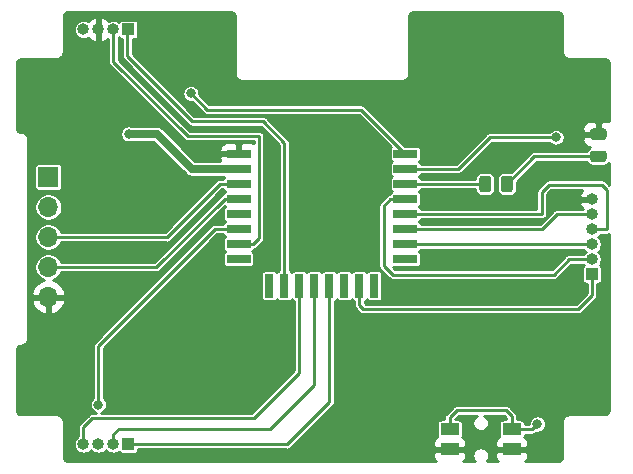
<source format=gtl>
%TF.GenerationSoftware,KiCad,Pcbnew,(5.1.8)-1*%
%TF.CreationDate,2021-05-19T16:17:09+03:00*%
%TF.ProjectId,Thermometer,54686572-6d6f-46d6-9574-65722e6b6963,rev?*%
%TF.SameCoordinates,Original*%
%TF.FileFunction,Copper,L1,Top*%
%TF.FilePolarity,Positive*%
%FSLAX46Y46*%
G04 Gerber Fmt 4.6, Leading zero omitted, Abs format (unit mm)*
G04 Created by KiCad (PCBNEW (5.1.8)-1) date 2021-05-19 16:17:09*
%MOMM*%
%LPD*%
G01*
G04 APERTURE LIST*
%TA.AperFunction,ComponentPad*%
%ADD10R,1.700000X1.700000*%
%TD*%
%TA.AperFunction,ComponentPad*%
%ADD11O,1.700000X1.700000*%
%TD*%
%TA.AperFunction,ComponentPad*%
%ADD12O,1.000000X1.000000*%
%TD*%
%TA.AperFunction,ComponentPad*%
%ADD13R,1.000000X1.000000*%
%TD*%
%TA.AperFunction,SMDPad,CuDef*%
%ADD14R,1.550000X1.000000*%
%TD*%
%TA.AperFunction,SMDPad,CuDef*%
%ADD15R,2.000000X0.700000*%
%TD*%
%TA.AperFunction,SMDPad,CuDef*%
%ADD16R,0.700000X2.000000*%
%TD*%
%TA.AperFunction,ViaPad*%
%ADD17C,0.800000*%
%TD*%
%TA.AperFunction,Conductor*%
%ADD18C,0.250000*%
%TD*%
%TA.AperFunction,Conductor*%
%ADD19C,0.700000*%
%TD*%
%TA.AperFunction,Conductor*%
%ADD20C,0.254000*%
%TD*%
%TA.AperFunction,Conductor*%
%ADD21C,0.100000*%
%TD*%
G04 APERTURE END LIST*
D10*
%TO.P,J1,1*%
%TO.N,+3V3*%
X90678000Y-79756000D03*
D11*
%TO.P,J1,2*%
%TO.N,/RESET*%
X90678000Y-82296000D03*
%TO.P,J1,3*%
%TO.N,/P2.2*%
X90678000Y-84836000D03*
%TO.P,J1,4*%
%TO.N,/P2.1*%
X90678000Y-87376000D03*
%TO.P,J1,5*%
%TO.N,GND*%
X90678000Y-89916000D03*
%TD*%
D12*
%TO.P,J2,4*%
%TO.N,/CS1*%
X93649800Y-102362000D03*
%TO.P,J2,3*%
%TO.N,/DC*%
X94919800Y-102362000D03*
%TO.P,J2,2*%
%TO.N,/RST*%
X96189800Y-102362000D03*
D13*
%TO.P,J2,1*%
%TO.N,/BUSY*%
X97459800Y-102362000D03*
%TD*%
%TO.P,J3,1*%
%TO.N,/CLK1*%
X97459800Y-67259200D03*
D12*
%TO.P,J3,2*%
%TO.N,/MOSI1*%
X96189800Y-67259200D03*
%TO.P,J3,3*%
%TO.N,GND*%
X94919800Y-67259200D03*
%TO.P,J3,4*%
%TO.N,+3V3*%
X93649800Y-67259200D03*
%TD*%
D13*
%TO.P,J4,1*%
%TO.N,/P1.0*%
X136702800Y-87985600D03*
D12*
%TO.P,J4,2*%
%TO.N,/MISO0*%
X136702800Y-86715600D03*
%TO.P,J4,3*%
%TO.N,/CLK0*%
X136702800Y-85445600D03*
%TO.P,J4,4*%
%TO.N,/MOSI0*%
X136702800Y-84175600D03*
%TO.P,J4,5*%
%TO.N,/CS0*%
X136702800Y-82905600D03*
%TO.P,J4,6*%
%TO.N,GND*%
X136702800Y-81635600D03*
%TD*%
%TO.P,R2,1*%
%TO.N,/LED*%
%TA.AperFunction,SMDPad,CuDef*%
G36*
G01*
X127147900Y-80790201D02*
X127147900Y-79890199D01*
G75*
G02*
X127397899Y-79640200I249999J0D01*
G01*
X127922901Y-79640200D01*
G75*
G02*
X128172900Y-79890199I0J-249999D01*
G01*
X128172900Y-80790201D01*
G75*
G02*
X127922901Y-81040200I-249999J0D01*
G01*
X127397899Y-81040200D01*
G75*
G02*
X127147900Y-80790201I0J249999D01*
G01*
G37*
%TD.AperFunction*%
%TO.P,R2,2*%
%TO.N,Net-(D1-Pad2)*%
%TA.AperFunction,SMDPad,CuDef*%
G36*
G01*
X128972900Y-80790201D02*
X128972900Y-79890199D01*
G75*
G02*
X129222899Y-79640200I249999J0D01*
G01*
X129747901Y-79640200D01*
G75*
G02*
X129997900Y-79890199I0J-249999D01*
G01*
X129997900Y-80790201D01*
G75*
G02*
X129747901Y-81040200I-249999J0D01*
G01*
X129222899Y-81040200D01*
G75*
G02*
X128972900Y-80790201I0J249999D01*
G01*
G37*
%TD.AperFunction*%
%TD*%
D14*
%TO.P,SW1,2*%
%TO.N,/SW*%
X124654400Y-101105600D03*
X129904400Y-101105600D03*
%TO.P,SW1,1*%
%TO.N,GND*%
X129904400Y-102805600D03*
X124654400Y-102805600D03*
%TD*%
D15*
%TO.P,U1,17*%
%TO.N,Net-(U1-Pad17)*%
X120892800Y-86684600D03*
%TO.P,U1,18*%
%TO.N,/CLK0*%
X120892800Y-85414600D03*
%TO.P,U1,19*%
%TO.N,/CS0*%
X120892800Y-84144600D03*
%TO.P,U1,20*%
%TO.N,/MOSI0*%
X120892800Y-82874600D03*
%TO.P,U1,21*%
%TO.N,/MISO0*%
X120892800Y-81604600D03*
%TO.P,U1,22*%
%TO.N,/LED*%
X120892800Y-80334600D03*
%TO.P,U1,23*%
%TO.N,/SW*%
X120892800Y-79064600D03*
%TO.P,U1,24*%
%TO.N,/RESET*%
X120892800Y-77794600D03*
D16*
%TO.P,U1,9*%
%TO.N,Net-(U1-Pad9)*%
X109382800Y-88944600D03*
%TO.P,U1,10*%
%TO.N,/CLK1*%
X110652800Y-88944600D03*
%TO.P,U1,11*%
%TO.N,/CS1*%
X111922800Y-88944600D03*
%TO.P,U1,12*%
%TO.N,/RST*%
X113192800Y-88944600D03*
%TO.P,U1,13*%
%TO.N,/BUSY*%
X114462800Y-88944600D03*
%TO.P,U1,14*%
%TO.N,Net-(U1-Pad14)*%
X115732800Y-88944600D03*
%TO.P,U1,15*%
%TO.N,/P1.0*%
X117002800Y-88944600D03*
%TO.P,U1,16*%
%TO.N,Net-(U1-Pad16)*%
X118272800Y-88944600D03*
D15*
%TO.P,U1,1*%
%TO.N,GND*%
X106792800Y-77794600D03*
%TO.P,U1,2*%
%TO.N,+3V3*%
X106792800Y-79064600D03*
%TO.P,U1,3*%
%TO.N,/P2.2*%
X106792800Y-80334600D03*
%TO.P,U1,4*%
%TO.N,/P2.1*%
X106792800Y-81604600D03*
%TO.P,U1,5*%
%TO.N,Net-(U1-Pad5)*%
X106792800Y-82874600D03*
%TO.P,U1,6*%
%TO.N,/DC*%
X106792800Y-84144600D03*
%TO.P,U1,7*%
%TO.N,/MOSI1*%
X106792800Y-85414600D03*
%TO.P,U1,8*%
%TO.N,Net-(U1-Pad8)*%
X106792800Y-86684600D03*
%TD*%
%TO.P,D1,1*%
%TO.N,GND*%
%TA.AperFunction,SMDPad,CuDef*%
G36*
G01*
X136779950Y-75638600D02*
X137692450Y-75638600D01*
G75*
G02*
X137936200Y-75882350I0J-243750D01*
G01*
X137936200Y-76369850D01*
G75*
G02*
X137692450Y-76613600I-243750J0D01*
G01*
X136779950Y-76613600D01*
G75*
G02*
X136536200Y-76369850I0J243750D01*
G01*
X136536200Y-75882350D01*
G75*
G02*
X136779950Y-75638600I243750J0D01*
G01*
G37*
%TD.AperFunction*%
%TO.P,D1,2*%
%TO.N,Net-(D1-Pad2)*%
%TA.AperFunction,SMDPad,CuDef*%
G36*
G01*
X136779950Y-77513600D02*
X137692450Y-77513600D01*
G75*
G02*
X137936200Y-77757350I0J-243750D01*
G01*
X137936200Y-78244850D01*
G75*
G02*
X137692450Y-78488600I-243750J0D01*
G01*
X136779950Y-78488600D01*
G75*
G02*
X136536200Y-78244850I0J243750D01*
G01*
X136536200Y-77757350D01*
G75*
G02*
X136779950Y-77513600I243750J0D01*
G01*
G37*
%TD.AperFunction*%
%TD*%
D17*
%TO.N,GND*%
X117703600Y-82600800D03*
X113360200Y-75641200D03*
X104444800Y-85928200D03*
X109651800Y-77292200D03*
X109753400Y-79933800D03*
X112293400Y-86588600D03*
X117779800Y-86512400D03*
X94437200Y-71653400D03*
X137185400Y-76047600D03*
X104566200Y-77794600D03*
X96647000Y-94665800D03*
X96875600Y-98679000D03*
X106045000Y-99009200D03*
X110794800Y-93929200D03*
X106375200Y-92125800D03*
X102692200Y-88468200D03*
X99822000Y-91973400D03*
X108813600Y-97205800D03*
X101549200Y-98933000D03*
X126669800Y-86741000D03*
X131724400Y-86893400D03*
X113809300Y-81551300D03*
X117822500Y-77538100D03*
X109046800Y-86313800D03*
X106748100Y-88612500D03*
X114198400Y-102031800D03*
X118567200Y-102108000D03*
X121793000Y-102108000D03*
X118491000Y-95732600D03*
X121869200Y-95732600D03*
X125831600Y-95808800D03*
X137007600Y-98475800D03*
X137007600Y-92329000D03*
X137007600Y-95631000D03*
X137337800Y-73228200D03*
X137363200Y-70688200D03*
X133680200Y-70688200D03*
X133223000Y-68707000D03*
X133019800Y-66522600D03*
X129133600Y-66548000D03*
X122732800Y-66522600D03*
X126111000Y-66573400D03*
X122732800Y-69240400D03*
X122555000Y-72288400D03*
X105511600Y-66548000D03*
X105359200Y-69850000D03*
X105587800Y-72415400D03*
X101549200Y-66548000D03*
X89204800Y-71145400D03*
X92659200Y-70942200D03*
X89173810Y-74732390D03*
X90652600Y-76403200D03*
X90703400Y-92913200D03*
X88874600Y-94869000D03*
X88798400Y-98831400D03*
X92506800Y-99034600D03*
X132080000Y-102539800D03*
%TO.N,+3V3*%
X97485200Y-76098400D03*
%TO.N,/RESET*%
X102743000Y-72669400D03*
%TO.N,/DC*%
X94919800Y-99034600D03*
%TO.N,/SW*%
X133654800Y-76377800D03*
X132080000Y-100660200D03*
%TD*%
D18*
%TO.N,GND*%
X94919800Y-67259200D02*
X94919800Y-71170800D01*
X94919800Y-71170800D02*
X94437200Y-71653400D01*
X106792800Y-77794600D02*
X104566200Y-77794600D01*
X131814200Y-102805600D02*
X132080000Y-102539800D01*
X129904400Y-102805600D02*
X131814200Y-102805600D01*
X124654400Y-102805600D02*
X125843400Y-102805600D01*
X126018401Y-102630599D02*
X126020201Y-102630599D01*
X125843400Y-102805600D02*
X126018401Y-102630599D01*
X126020201Y-102630599D02*
X126314200Y-102336600D01*
X126314200Y-102336600D02*
X128143000Y-102336600D01*
X128612000Y-102805600D02*
X129904400Y-102805600D01*
X128143000Y-102336600D02*
X128612000Y-102805600D01*
D19*
%TO.N,+3V3*%
X99847400Y-76073000D02*
X97510600Y-76073000D01*
D18*
X97510600Y-76073000D02*
X97485200Y-76098400D01*
D19*
X102839000Y-79064600D02*
X99847400Y-76073000D01*
X106792800Y-79064600D02*
X102839000Y-79064600D01*
D18*
%TO.N,/P1.0*%
X117002800Y-88944600D02*
X117002800Y-90586800D01*
X117002800Y-90586800D02*
X117348000Y-90932000D01*
X117348000Y-90932000D02*
X135509000Y-90932000D01*
X136702800Y-89738200D02*
X136702800Y-87985600D01*
X135509000Y-90932000D02*
X136702800Y-89738200D01*
%TO.N,Net-(D1-Pad2)*%
X131824500Y-78001100D02*
X129485400Y-80340200D01*
X137236200Y-78001100D02*
X131824500Y-78001100D01*
%TO.N,/RESET*%
X120892800Y-77794600D02*
X117139200Y-74041000D01*
X117139200Y-74041000D02*
X104114600Y-74041000D01*
X104114600Y-74041000D02*
X102743000Y-72669400D01*
%TO.N,/P2.2*%
X106792800Y-80334600D02*
X105212400Y-80334600D01*
X105212400Y-80334600D02*
X100685600Y-84861400D01*
X100660200Y-84836000D02*
X90678000Y-84836000D01*
X100685600Y-84861400D02*
X100660200Y-84836000D01*
%TO.N,/P2.1*%
X106792800Y-81604600D02*
X105593400Y-81604600D01*
X105593400Y-81604600D02*
X99822000Y-87376000D01*
X99822000Y-87376000D02*
X90678000Y-87376000D01*
%TO.N,/CS1*%
X93649800Y-100939600D02*
X93649800Y-102362000D01*
X94411800Y-100177600D02*
X93649800Y-100939600D01*
X108051600Y-100177600D02*
X94411800Y-100177600D01*
X111922800Y-96306400D02*
X108051600Y-100177600D01*
X111922800Y-88944600D02*
X111922800Y-96306400D01*
%TO.N,/DC*%
X106792800Y-84144600D02*
X104806000Y-84144600D01*
X104806000Y-84144600D02*
X99618800Y-89331800D01*
X99618800Y-89331800D02*
X94919800Y-94030800D01*
X94919800Y-94030800D02*
X94919800Y-99034600D01*
%TO.N,/RST*%
X96189800Y-101523800D02*
X96189800Y-102362000D01*
X96621600Y-101092000D02*
X96189800Y-101523800D01*
X109474000Y-101092000D02*
X96621600Y-101092000D01*
X113192800Y-97373200D02*
X109474000Y-101092000D01*
X113192800Y-88944600D02*
X113192800Y-97373200D01*
%TO.N,/BUSY*%
X114462800Y-88944600D02*
X114462800Y-98821000D01*
X114462800Y-98821000D02*
X110896400Y-102387400D01*
X110871000Y-102362000D02*
X97459800Y-102362000D01*
X110896400Y-102387400D02*
X110871000Y-102362000D01*
%TO.N,/CLK1*%
X110652800Y-88944600D02*
X110652800Y-76845400D01*
X108839000Y-75031600D02*
X102844600Y-75031600D01*
X110652800Y-76845400D02*
X108839000Y-75031600D01*
X102844600Y-75031600D02*
X97358200Y-69545200D01*
X97358200Y-67360800D02*
X97459800Y-67259200D01*
X97358200Y-69545200D02*
X97358200Y-67360800D01*
%TO.N,/MOSI1*%
X108042800Y-85414600D02*
X108508800Y-84948600D01*
X106792800Y-85414600D02*
X108042800Y-85414600D01*
X108508800Y-84948600D02*
X108508800Y-76276200D01*
X108508800Y-76276200D02*
X102463600Y-76276200D01*
X96189800Y-70002400D02*
X96189800Y-67259200D01*
X102463600Y-76276200D02*
X96189800Y-70002400D01*
%TO.N,/MISO0*%
X120898400Y-81610200D02*
X120892800Y-81604600D01*
X119642800Y-81604600D02*
X119075200Y-82172200D01*
X120892800Y-81604600D02*
X119642800Y-81604600D01*
X119075200Y-82172200D02*
X119075200Y-87249000D01*
X119075200Y-87249000D02*
X119837200Y-88011000D01*
X119837200Y-88011000D02*
X133477000Y-88011000D01*
X134772400Y-86715600D02*
X136702800Y-86715600D01*
X133477000Y-88011000D02*
X134772400Y-86715600D01*
%TO.N,/CLK0*%
X120923800Y-85445600D02*
X120892800Y-85414600D01*
X136702800Y-85445600D02*
X120923800Y-85445600D01*
%TO.N,/MOSI0*%
X120892800Y-82874600D02*
X132455400Y-82874600D01*
X132455400Y-82874600D02*
X132455400Y-80980800D01*
X132455400Y-80980800D02*
X133045200Y-80391000D01*
X137515600Y-80391000D02*
X137947400Y-80822800D01*
X133045200Y-80391000D02*
X137515600Y-80391000D01*
X137947400Y-80822800D02*
X137947400Y-84175600D01*
X137947400Y-84175600D02*
X136702800Y-84175600D01*
%TO.N,/CS0*%
X120892800Y-84144600D02*
X132480800Y-84144600D01*
X133719800Y-82905600D02*
X136702800Y-82905600D01*
X132480800Y-84144600D02*
X133719800Y-82905600D01*
%TO.N,/LED*%
X120898400Y-80340200D02*
X120892800Y-80334600D01*
X127660400Y-80340200D02*
X120898400Y-80340200D01*
%TO.N,/SW*%
X120892800Y-79064600D02*
X125380000Y-79064600D01*
X125380000Y-79064600D02*
X128066800Y-76377800D01*
X132308600Y-76377800D02*
X133654800Y-76377800D01*
X128066800Y-76377800D02*
X132308600Y-76377800D01*
X132308600Y-76377800D02*
X132537200Y-76377800D01*
X124654400Y-101105600D02*
X124654400Y-100110200D01*
X124654400Y-100110200D02*
X125272800Y-99491800D01*
X125272800Y-99491800D02*
X129438400Y-99491800D01*
X129904400Y-99957800D02*
X129904400Y-101105600D01*
X129438400Y-99491800D02*
X129904400Y-99957800D01*
X132080000Y-100685600D02*
X132080000Y-100660200D01*
X131634600Y-101105600D02*
X132080000Y-100660200D01*
X129904400Y-101105600D02*
X131634600Y-101105600D01*
%TD*%
D20*
%TO.N,GND*%
X106264355Y-65836923D02*
X106341376Y-65896024D01*
X106400477Y-65973045D01*
X106437631Y-66062743D01*
X106451400Y-66167328D01*
X106451400Y-71026400D01*
X106452486Y-71042977D01*
X106469523Y-71172387D01*
X106478104Y-71204411D01*
X106528054Y-71325001D01*
X106544632Y-71353713D01*
X106624092Y-71457266D01*
X106647534Y-71480708D01*
X106751087Y-71560168D01*
X106779799Y-71576746D01*
X106900389Y-71626696D01*
X106932413Y-71635277D01*
X107061823Y-71652314D01*
X107078400Y-71653400D01*
X120607200Y-71653400D01*
X120623777Y-71652314D01*
X120753187Y-71635277D01*
X120785211Y-71626696D01*
X120905801Y-71576746D01*
X120934513Y-71560168D01*
X121038066Y-71480708D01*
X121061508Y-71457266D01*
X121140968Y-71353713D01*
X121157546Y-71325001D01*
X121207496Y-71204411D01*
X121216077Y-71172387D01*
X121233114Y-71042977D01*
X121234200Y-71026400D01*
X121234200Y-66167328D01*
X121247969Y-66062743D01*
X121285123Y-65973045D01*
X121344224Y-65896024D01*
X121421245Y-65836923D01*
X121483829Y-65811000D01*
X133799761Y-65811000D01*
X133876206Y-65818496D01*
X133942588Y-65838538D01*
X134003803Y-65871086D01*
X134057537Y-65914911D01*
X134101732Y-65968334D01*
X134134711Y-66029327D01*
X134155215Y-66095563D01*
X134163201Y-66171542D01*
X134163200Y-69146261D01*
X134163860Y-69152962D01*
X134163838Y-69156123D01*
X134164045Y-69158235D01*
X134174409Y-69256837D01*
X134177184Y-69270357D01*
X134179761Y-69283865D01*
X134180374Y-69285896D01*
X134209692Y-69380606D01*
X134215027Y-69393298D01*
X134220191Y-69406079D01*
X134221187Y-69407952D01*
X134268342Y-69495164D01*
X134276052Y-69506594D01*
X134283590Y-69518114D01*
X134284931Y-69519758D01*
X134348128Y-69596150D01*
X134357887Y-69605841D01*
X134367542Y-69615701D01*
X134369177Y-69617053D01*
X134446008Y-69679715D01*
X134457480Y-69687337D01*
X134468851Y-69695123D01*
X134470718Y-69696132D01*
X134558257Y-69742677D01*
X134571000Y-69747930D01*
X134583656Y-69753354D01*
X134585683Y-69753982D01*
X134680596Y-69782638D01*
X134694156Y-69785323D01*
X134707586Y-69788178D01*
X134709696Y-69788400D01*
X134808367Y-69798075D01*
X134808378Y-69798075D01*
X134815738Y-69798800D01*
X137787561Y-69798800D01*
X137864006Y-69806296D01*
X137930388Y-69826338D01*
X137991603Y-69858886D01*
X138045337Y-69902711D01*
X138089532Y-69956134D01*
X138122511Y-70017127D01*
X138143015Y-70083363D01*
X138151001Y-70159342D01*
X138151001Y-75040186D01*
X138060682Y-75012788D01*
X137936200Y-75000528D01*
X137521950Y-75003600D01*
X137363200Y-75162350D01*
X137363200Y-75999100D01*
X137383200Y-75999100D01*
X137383200Y-76253100D01*
X137363200Y-76253100D01*
X137363200Y-76273100D01*
X137109200Y-76273100D01*
X137109200Y-76253100D01*
X136059950Y-76253100D01*
X135901200Y-76411850D01*
X135898128Y-76613600D01*
X135910388Y-76738082D01*
X135946698Y-76857780D01*
X136005663Y-76968094D01*
X136085015Y-77064785D01*
X136181706Y-77144137D01*
X136292020Y-77203102D01*
X136411718Y-77239412D01*
X136520606Y-77250136D01*
X136461979Y-77281473D01*
X136375250Y-77352650D01*
X136304073Y-77439379D01*
X136251184Y-77538328D01*
X136247916Y-77549100D01*
X131846705Y-77549100D01*
X131824500Y-77546913D01*
X131735892Y-77555640D01*
X131650690Y-77581486D01*
X131572167Y-77623457D01*
X131503341Y-77679941D01*
X131489181Y-77697195D01*
X129862975Y-79323402D01*
X129860777Y-79322735D01*
X129747901Y-79311618D01*
X129222899Y-79311618D01*
X129110023Y-79322735D01*
X129001486Y-79355660D01*
X128901457Y-79409126D01*
X128813780Y-79481080D01*
X128741826Y-79568757D01*
X128688360Y-79668786D01*
X128655435Y-79777323D01*
X128644318Y-79890199D01*
X128644318Y-80790201D01*
X128655435Y-80903077D01*
X128688360Y-81011614D01*
X128741826Y-81111643D01*
X128813780Y-81199320D01*
X128901457Y-81271274D01*
X129001486Y-81324740D01*
X129110023Y-81357665D01*
X129222899Y-81368782D01*
X129747901Y-81368782D01*
X129860777Y-81357665D01*
X129969314Y-81324740D01*
X130069343Y-81271274D01*
X130157020Y-81199320D01*
X130228974Y-81111643D01*
X130282440Y-81011614D01*
X130315365Y-80903077D01*
X130326482Y-80790201D01*
X130326482Y-80138341D01*
X132011724Y-78453100D01*
X136247916Y-78453100D01*
X136251184Y-78463872D01*
X136304073Y-78562821D01*
X136375250Y-78649550D01*
X136461979Y-78720727D01*
X136560928Y-78773616D01*
X136668294Y-78806185D01*
X136779950Y-78817182D01*
X137692450Y-78817182D01*
X137804106Y-78806185D01*
X137911472Y-78773616D01*
X138010421Y-78720727D01*
X138097150Y-78649550D01*
X138151001Y-78583933D01*
X138151001Y-80387176D01*
X137850923Y-80087100D01*
X137836759Y-80069841D01*
X137767933Y-80013357D01*
X137689410Y-79971386D01*
X137604207Y-79945540D01*
X137537805Y-79939000D01*
X137515600Y-79936813D01*
X137493395Y-79939000D01*
X133067404Y-79939000D01*
X133045199Y-79936813D01*
X132956592Y-79945540D01*
X132900495Y-79962557D01*
X132871390Y-79971386D01*
X132792867Y-80013357D01*
X132724041Y-80069841D01*
X132709885Y-80087090D01*
X132151495Y-80645482D01*
X132134242Y-80659641D01*
X132105296Y-80694912D01*
X132077758Y-80728467D01*
X132035786Y-80806991D01*
X132009940Y-80892193D01*
X132001213Y-80980800D01*
X132003401Y-81003015D01*
X132003400Y-82422600D01*
X122203572Y-82422600D01*
X122196370Y-82398857D01*
X122166006Y-82342050D01*
X122125143Y-82292257D01*
X122075350Y-82251394D01*
X122053285Y-82239600D01*
X122075350Y-82227806D01*
X122125143Y-82186943D01*
X122166006Y-82137150D01*
X122196370Y-82080343D01*
X122215068Y-82018703D01*
X122221382Y-81954600D01*
X122221382Y-81254600D01*
X122215068Y-81190497D01*
X122196370Y-81128857D01*
X122166006Y-81072050D01*
X122125143Y-81022257D01*
X122075350Y-80981394D01*
X122053285Y-80969600D01*
X122075350Y-80957806D01*
X122125143Y-80916943D01*
X122166006Y-80867150D01*
X122196370Y-80810343D01*
X122201874Y-80792200D01*
X126819515Y-80792200D01*
X126830435Y-80903077D01*
X126863360Y-81011614D01*
X126916826Y-81111643D01*
X126988780Y-81199320D01*
X127076457Y-81271274D01*
X127176486Y-81324740D01*
X127285023Y-81357665D01*
X127397899Y-81368782D01*
X127922901Y-81368782D01*
X128035777Y-81357665D01*
X128144314Y-81324740D01*
X128244343Y-81271274D01*
X128332020Y-81199320D01*
X128403974Y-81111643D01*
X128457440Y-81011614D01*
X128490365Y-80903077D01*
X128501482Y-80790201D01*
X128501482Y-79890199D01*
X128490365Y-79777323D01*
X128457440Y-79668786D01*
X128403974Y-79568757D01*
X128332020Y-79481080D01*
X128244343Y-79409126D01*
X128144314Y-79355660D01*
X128035777Y-79322735D01*
X127922901Y-79311618D01*
X127397899Y-79311618D01*
X127285023Y-79322735D01*
X127176486Y-79355660D01*
X127076457Y-79409126D01*
X126988780Y-79481080D01*
X126916826Y-79568757D01*
X126863360Y-79668786D01*
X126830435Y-79777323D01*
X126819515Y-79888200D01*
X122205271Y-79888200D01*
X122196370Y-79858857D01*
X122166006Y-79802050D01*
X122125143Y-79752257D01*
X122075350Y-79711394D01*
X122053285Y-79699600D01*
X122075350Y-79687806D01*
X122125143Y-79646943D01*
X122166006Y-79597150D01*
X122196370Y-79540343D01*
X122203572Y-79516600D01*
X125357795Y-79516600D01*
X125380000Y-79518787D01*
X125402205Y-79516600D01*
X125468607Y-79510060D01*
X125553810Y-79484214D01*
X125632333Y-79442243D01*
X125701159Y-79385759D01*
X125715323Y-79368500D01*
X128254024Y-76829800D01*
X133082461Y-76829800D01*
X133090102Y-76841236D01*
X133191364Y-76942498D01*
X133310436Y-77022059D01*
X133442742Y-77076862D01*
X133583197Y-77104800D01*
X133726403Y-77104800D01*
X133866858Y-77076862D01*
X133999164Y-77022059D01*
X134118236Y-76942498D01*
X134219498Y-76841236D01*
X134299059Y-76722164D01*
X134353862Y-76589858D01*
X134381800Y-76449403D01*
X134381800Y-76306197D01*
X134353862Y-76165742D01*
X134299059Y-76033436D01*
X134219498Y-75914364D01*
X134118236Y-75813102D01*
X133999164Y-75733541D01*
X133866858Y-75678738D01*
X133726403Y-75650800D01*
X133583197Y-75650800D01*
X133442742Y-75678738D01*
X133310436Y-75733541D01*
X133191364Y-75813102D01*
X133090102Y-75914364D01*
X133082461Y-75925800D01*
X128089005Y-75925800D01*
X128066800Y-75923613D01*
X127978192Y-75932340D01*
X127933300Y-75945958D01*
X127892990Y-75958186D01*
X127814467Y-76000157D01*
X127745641Y-76056641D01*
X127731481Y-76073895D01*
X125192777Y-78612600D01*
X122203572Y-78612600D01*
X122196370Y-78588857D01*
X122166006Y-78532050D01*
X122125143Y-78482257D01*
X122075350Y-78441394D01*
X122053285Y-78429600D01*
X122075350Y-78417806D01*
X122125143Y-78376943D01*
X122166006Y-78327150D01*
X122196370Y-78270343D01*
X122215068Y-78208703D01*
X122221382Y-78144600D01*
X122221382Y-77444600D01*
X122215068Y-77380497D01*
X122196370Y-77318857D01*
X122166006Y-77262050D01*
X122125143Y-77212257D01*
X122075350Y-77171394D01*
X122018543Y-77141030D01*
X121956903Y-77122332D01*
X121892800Y-77116018D01*
X120853442Y-77116018D01*
X119376024Y-75638600D01*
X135898128Y-75638600D01*
X135901200Y-75840350D01*
X136059950Y-75999100D01*
X137109200Y-75999100D01*
X137109200Y-75162350D01*
X136950450Y-75003600D01*
X136536200Y-75000528D01*
X136411718Y-75012788D01*
X136292020Y-75049098D01*
X136181706Y-75108063D01*
X136085015Y-75187415D01*
X136005663Y-75284106D01*
X135946698Y-75394420D01*
X135910388Y-75514118D01*
X135898128Y-75638600D01*
X119376024Y-75638600D01*
X117474523Y-73737100D01*
X117460359Y-73719841D01*
X117391533Y-73663357D01*
X117313010Y-73621386D01*
X117227807Y-73595540D01*
X117161405Y-73589000D01*
X117139200Y-73586813D01*
X117116995Y-73589000D01*
X104301825Y-73589000D01*
X103467317Y-72754493D01*
X103470000Y-72741003D01*
X103470000Y-72597797D01*
X103442062Y-72457342D01*
X103387259Y-72325036D01*
X103307698Y-72205964D01*
X103206436Y-72104702D01*
X103087364Y-72025141D01*
X102955058Y-71970338D01*
X102814603Y-71942400D01*
X102671397Y-71942400D01*
X102530942Y-71970338D01*
X102398636Y-72025141D01*
X102279564Y-72104702D01*
X102178302Y-72205964D01*
X102098741Y-72325036D01*
X102043938Y-72457342D01*
X102016000Y-72597797D01*
X102016000Y-72741003D01*
X102043938Y-72881458D01*
X102098741Y-73013764D01*
X102178302Y-73132836D01*
X102279564Y-73234098D01*
X102398636Y-73313659D01*
X102530942Y-73368462D01*
X102671397Y-73396400D01*
X102814603Y-73396400D01*
X102828093Y-73393717D01*
X103779285Y-74344910D01*
X103793441Y-74362159D01*
X103862267Y-74418643D01*
X103940790Y-74460614D01*
X104006162Y-74480444D01*
X104025992Y-74486460D01*
X104114599Y-74495187D01*
X104136804Y-74493000D01*
X116951977Y-74493000D01*
X119666376Y-77207400D01*
X119660457Y-77212257D01*
X119619594Y-77262050D01*
X119589230Y-77318857D01*
X119570532Y-77380497D01*
X119564218Y-77444600D01*
X119564218Y-78144600D01*
X119570532Y-78208703D01*
X119589230Y-78270343D01*
X119619594Y-78327150D01*
X119660457Y-78376943D01*
X119710250Y-78417806D01*
X119732315Y-78429600D01*
X119710250Y-78441394D01*
X119660457Y-78482257D01*
X119619594Y-78532050D01*
X119589230Y-78588857D01*
X119570532Y-78650497D01*
X119564218Y-78714600D01*
X119564218Y-79414600D01*
X119570532Y-79478703D01*
X119589230Y-79540343D01*
X119619594Y-79597150D01*
X119660457Y-79646943D01*
X119710250Y-79687806D01*
X119732315Y-79699600D01*
X119710250Y-79711394D01*
X119660457Y-79752257D01*
X119619594Y-79802050D01*
X119589230Y-79858857D01*
X119570532Y-79920497D01*
X119564218Y-79984600D01*
X119564218Y-80684600D01*
X119570532Y-80748703D01*
X119589230Y-80810343D01*
X119619594Y-80867150D01*
X119660457Y-80916943D01*
X119710250Y-80957806D01*
X119732315Y-80969600D01*
X119710250Y-80981394D01*
X119660457Y-81022257D01*
X119619594Y-81072050D01*
X119589230Y-81128857D01*
X119580840Y-81156515D01*
X119554192Y-81159140D01*
X119468990Y-81184986D01*
X119390467Y-81226957D01*
X119321641Y-81283441D01*
X119307481Y-81300695D01*
X118771300Y-81836877D01*
X118754041Y-81851041D01*
X118697557Y-81919868D01*
X118683850Y-81945513D01*
X118655586Y-81998391D01*
X118629740Y-82083593D01*
X118621013Y-82172200D01*
X118623200Y-82194405D01*
X118623201Y-87226785D01*
X118621013Y-87249000D01*
X118629740Y-87337607D01*
X118655586Y-87422809D01*
X118655587Y-87422810D01*
X118697558Y-87501333D01*
X118754042Y-87570159D01*
X118771296Y-87584319D01*
X119501881Y-88314905D01*
X119516041Y-88332159D01*
X119584867Y-88388643D01*
X119641744Y-88419044D01*
X119663390Y-88430614D01*
X119748592Y-88456460D01*
X119837200Y-88465187D01*
X119859405Y-88463000D01*
X133454795Y-88463000D01*
X133477000Y-88465187D01*
X133499205Y-88463000D01*
X133565607Y-88456460D01*
X133650810Y-88430614D01*
X133729333Y-88388643D01*
X133798159Y-88332159D01*
X133812323Y-88314900D01*
X134959625Y-87167600D01*
X136010194Y-87167600D01*
X136034894Y-87204567D01*
X136020250Y-87212394D01*
X135970457Y-87253257D01*
X135929594Y-87303050D01*
X135899230Y-87359857D01*
X135880532Y-87421497D01*
X135874218Y-87485600D01*
X135874218Y-88485600D01*
X135880532Y-88549703D01*
X135899230Y-88611343D01*
X135929594Y-88668150D01*
X135970457Y-88717943D01*
X136020250Y-88758806D01*
X136077057Y-88789170D01*
X136138697Y-88807868D01*
X136202800Y-88814182D01*
X136250801Y-88814182D01*
X136250800Y-89550975D01*
X135321777Y-90480000D01*
X117535224Y-90480000D01*
X117454800Y-90399577D01*
X117454800Y-90255372D01*
X117478543Y-90248170D01*
X117535350Y-90217806D01*
X117585143Y-90176943D01*
X117626006Y-90127150D01*
X117637800Y-90105085D01*
X117649594Y-90127150D01*
X117690457Y-90176943D01*
X117740250Y-90217806D01*
X117797057Y-90248170D01*
X117858697Y-90266868D01*
X117922800Y-90273182D01*
X118622800Y-90273182D01*
X118686903Y-90266868D01*
X118748543Y-90248170D01*
X118805350Y-90217806D01*
X118855143Y-90176943D01*
X118896006Y-90127150D01*
X118926370Y-90070343D01*
X118945068Y-90008703D01*
X118951382Y-89944600D01*
X118951382Y-87944600D01*
X118945068Y-87880497D01*
X118926370Y-87818857D01*
X118896006Y-87762050D01*
X118855143Y-87712257D01*
X118805350Y-87671394D01*
X118748543Y-87641030D01*
X118686903Y-87622332D01*
X118622800Y-87616018D01*
X117922800Y-87616018D01*
X117858697Y-87622332D01*
X117797057Y-87641030D01*
X117740250Y-87671394D01*
X117690457Y-87712257D01*
X117649594Y-87762050D01*
X117637800Y-87784115D01*
X117626006Y-87762050D01*
X117585143Y-87712257D01*
X117535350Y-87671394D01*
X117478543Y-87641030D01*
X117416903Y-87622332D01*
X117352800Y-87616018D01*
X116652800Y-87616018D01*
X116588697Y-87622332D01*
X116527057Y-87641030D01*
X116470250Y-87671394D01*
X116420457Y-87712257D01*
X116379594Y-87762050D01*
X116367800Y-87784115D01*
X116356006Y-87762050D01*
X116315143Y-87712257D01*
X116265350Y-87671394D01*
X116208543Y-87641030D01*
X116146903Y-87622332D01*
X116082800Y-87616018D01*
X115382800Y-87616018D01*
X115318697Y-87622332D01*
X115257057Y-87641030D01*
X115200250Y-87671394D01*
X115150457Y-87712257D01*
X115109594Y-87762050D01*
X115097800Y-87784115D01*
X115086006Y-87762050D01*
X115045143Y-87712257D01*
X114995350Y-87671394D01*
X114938543Y-87641030D01*
X114876903Y-87622332D01*
X114812800Y-87616018D01*
X114112800Y-87616018D01*
X114048697Y-87622332D01*
X113987057Y-87641030D01*
X113930250Y-87671394D01*
X113880457Y-87712257D01*
X113839594Y-87762050D01*
X113827800Y-87784115D01*
X113816006Y-87762050D01*
X113775143Y-87712257D01*
X113725350Y-87671394D01*
X113668543Y-87641030D01*
X113606903Y-87622332D01*
X113542800Y-87616018D01*
X112842800Y-87616018D01*
X112778697Y-87622332D01*
X112717057Y-87641030D01*
X112660250Y-87671394D01*
X112610457Y-87712257D01*
X112569594Y-87762050D01*
X112557800Y-87784115D01*
X112546006Y-87762050D01*
X112505143Y-87712257D01*
X112455350Y-87671394D01*
X112398543Y-87641030D01*
X112336903Y-87622332D01*
X112272800Y-87616018D01*
X111572800Y-87616018D01*
X111508697Y-87622332D01*
X111447057Y-87641030D01*
X111390250Y-87671394D01*
X111340457Y-87712257D01*
X111299594Y-87762050D01*
X111287800Y-87784115D01*
X111276006Y-87762050D01*
X111235143Y-87712257D01*
X111185350Y-87671394D01*
X111128543Y-87641030D01*
X111104800Y-87633828D01*
X111104800Y-76867605D01*
X111106987Y-76845400D01*
X111098260Y-76756792D01*
X111072414Y-76671590D01*
X111067875Y-76663098D01*
X111030443Y-76593067D01*
X110973959Y-76524241D01*
X110956705Y-76510081D01*
X109174323Y-74727700D01*
X109160159Y-74710441D01*
X109091333Y-74653957D01*
X109012810Y-74611986D01*
X108927607Y-74586140D01*
X108861205Y-74579600D01*
X108839000Y-74577413D01*
X108816795Y-74579600D01*
X103031825Y-74579600D01*
X97810200Y-69357977D01*
X97810200Y-68087782D01*
X97959800Y-68087782D01*
X98023903Y-68081468D01*
X98085543Y-68062770D01*
X98142350Y-68032406D01*
X98192143Y-67991543D01*
X98233006Y-67941750D01*
X98263370Y-67884943D01*
X98282068Y-67823303D01*
X98288382Y-67759200D01*
X98288382Y-66759200D01*
X98282068Y-66695097D01*
X98263370Y-66633457D01*
X98233006Y-66576650D01*
X98192143Y-66526857D01*
X98142350Y-66485994D01*
X98085543Y-66455630D01*
X98023903Y-66436932D01*
X97959800Y-66430618D01*
X96959800Y-66430618D01*
X96895697Y-66436932D01*
X96834057Y-66455630D01*
X96777250Y-66485994D01*
X96727457Y-66526857D01*
X96686594Y-66576650D01*
X96678767Y-66591294D01*
X96581531Y-66526323D01*
X96431027Y-66463982D01*
X96271252Y-66432200D01*
X96108348Y-66432200D01*
X95948573Y-66463982D01*
X95798069Y-66526323D01*
X95787988Y-66533059D01*
X95661820Y-66400335D01*
X95480006Y-66272077D01*
X95276664Y-66181754D01*
X95221674Y-66165081D01*
X95046800Y-66291246D01*
X95046800Y-67132200D01*
X95066800Y-67132200D01*
X95066800Y-67386200D01*
X95046800Y-67386200D01*
X95046800Y-68227154D01*
X95221674Y-68353319D01*
X95276664Y-68336646D01*
X95480006Y-68246323D01*
X95661820Y-68118065D01*
X95737801Y-68038136D01*
X95737800Y-69980195D01*
X95735613Y-70002400D01*
X95744340Y-70091007D01*
X95755973Y-70129356D01*
X95770186Y-70176209D01*
X95812157Y-70254732D01*
X95868641Y-70323559D01*
X95885900Y-70337723D01*
X102128281Y-76580105D01*
X102142441Y-76597359D01*
X102211267Y-76653843D01*
X102244470Y-76671590D01*
X102289790Y-76695814D01*
X102374992Y-76721660D01*
X102463599Y-76730387D01*
X102485804Y-76728200D01*
X108056801Y-76728200D01*
X108056801Y-76865693D01*
X108036980Y-76855098D01*
X107917282Y-76818788D01*
X107792800Y-76806528D01*
X107078550Y-76809600D01*
X106919800Y-76968350D01*
X106919800Y-77667600D01*
X106939800Y-77667600D01*
X106939800Y-77921600D01*
X106919800Y-77921600D01*
X106919800Y-77941600D01*
X106665800Y-77941600D01*
X106665800Y-77921600D01*
X105316550Y-77921600D01*
X105157800Y-78080350D01*
X105154728Y-78144600D01*
X105166988Y-78269082D01*
X105202940Y-78387600D01*
X103119422Y-78387600D01*
X102176422Y-77444600D01*
X105154728Y-77444600D01*
X105157800Y-77508850D01*
X105316550Y-77667600D01*
X106665800Y-77667600D01*
X106665800Y-76968350D01*
X106507050Y-76809600D01*
X105792800Y-76806528D01*
X105668318Y-76818788D01*
X105548620Y-76855098D01*
X105438306Y-76914063D01*
X105341615Y-76993415D01*
X105262263Y-77090106D01*
X105203298Y-77200420D01*
X105166988Y-77320118D01*
X105154728Y-77444600D01*
X102176422Y-77444600D01*
X100349626Y-75617804D01*
X100328427Y-75591973D01*
X100225341Y-75507372D01*
X100107730Y-75444508D01*
X99980115Y-75405796D01*
X99880652Y-75396000D01*
X99880645Y-75396000D01*
X99847400Y-75392726D01*
X99814155Y-75396000D01*
X97680477Y-75396000D01*
X97556803Y-75371400D01*
X97413597Y-75371400D01*
X97273142Y-75399338D01*
X97140836Y-75454141D01*
X97021764Y-75533702D01*
X96920502Y-75634964D01*
X96840941Y-75754036D01*
X96786138Y-75886342D01*
X96758200Y-76026797D01*
X96758200Y-76170003D01*
X96786138Y-76310458D01*
X96840941Y-76442764D01*
X96920502Y-76561836D01*
X97021764Y-76663098D01*
X97140836Y-76742659D01*
X97273142Y-76797462D01*
X97413597Y-76825400D01*
X97556803Y-76825400D01*
X97697258Y-76797462D01*
X97811841Y-76750000D01*
X99566978Y-76750000D01*
X102336774Y-79519796D01*
X102357973Y-79545627D01*
X102461059Y-79630228D01*
X102578670Y-79693092D01*
X102706285Y-79731804D01*
X102805748Y-79741600D01*
X102805757Y-79741600D01*
X102838999Y-79744874D01*
X102872241Y-79741600D01*
X105573443Y-79741600D01*
X105560457Y-79752257D01*
X105519594Y-79802050D01*
X105489230Y-79858857D01*
X105482028Y-79882600D01*
X105234605Y-79882600D01*
X105212400Y-79880413D01*
X105123792Y-79889140D01*
X105038590Y-79914986D01*
X104960067Y-79956957D01*
X104891241Y-80013441D01*
X104877081Y-80030695D01*
X100523777Y-84384000D01*
X91764751Y-84384000D01*
X91721044Y-84278481D01*
X91592236Y-84085706D01*
X91428294Y-83921764D01*
X91235519Y-83792956D01*
X91021318Y-83704231D01*
X90793924Y-83659000D01*
X90562076Y-83659000D01*
X90334682Y-83704231D01*
X90120481Y-83792956D01*
X89927706Y-83921764D01*
X89763764Y-84085706D01*
X89634956Y-84278481D01*
X89546231Y-84492682D01*
X89501000Y-84720076D01*
X89501000Y-84951924D01*
X89546231Y-85179318D01*
X89634956Y-85393519D01*
X89763764Y-85586294D01*
X89927706Y-85750236D01*
X90120481Y-85879044D01*
X90334682Y-85967769D01*
X90562076Y-86013000D01*
X90793924Y-86013000D01*
X91021318Y-85967769D01*
X91235519Y-85879044D01*
X91428294Y-85750236D01*
X91592236Y-85586294D01*
X91721044Y-85393519D01*
X91764751Y-85288000D01*
X100534821Y-85288000D01*
X100596993Y-85306860D01*
X100685599Y-85315587D01*
X100685600Y-85315587D01*
X100774207Y-85306860D01*
X100859409Y-85281014D01*
X100937933Y-85239042D01*
X100968881Y-85213643D01*
X101006758Y-85182558D01*
X101020914Y-85165309D01*
X105399624Y-80786600D01*
X105482028Y-80786600D01*
X105489230Y-80810343D01*
X105519594Y-80867150D01*
X105560457Y-80916943D01*
X105610250Y-80957806D01*
X105632315Y-80969600D01*
X105610250Y-80981394D01*
X105560457Y-81022257D01*
X105519594Y-81072050D01*
X105489230Y-81128857D01*
X105477536Y-81167408D01*
X105419590Y-81184986D01*
X105341067Y-81226957D01*
X105272241Y-81283441D01*
X105258086Y-81300689D01*
X99634777Y-86924000D01*
X91764751Y-86924000D01*
X91721044Y-86818481D01*
X91592236Y-86625706D01*
X91428294Y-86461764D01*
X91235519Y-86332956D01*
X91021318Y-86244231D01*
X90793924Y-86199000D01*
X90562076Y-86199000D01*
X90334682Y-86244231D01*
X90120481Y-86332956D01*
X89927706Y-86461764D01*
X89763764Y-86625706D01*
X89634956Y-86818481D01*
X89546231Y-87032682D01*
X89501000Y-87260076D01*
X89501000Y-87491924D01*
X89546231Y-87719318D01*
X89634956Y-87933519D01*
X89763764Y-88126294D01*
X89927706Y-88290236D01*
X90120481Y-88419044D01*
X90285179Y-88487264D01*
X90046748Y-88571843D01*
X89796645Y-88720822D01*
X89580412Y-88915731D01*
X89406359Y-89149080D01*
X89281175Y-89411901D01*
X89236524Y-89559110D01*
X89357845Y-89789000D01*
X90551000Y-89789000D01*
X90551000Y-89769000D01*
X90805000Y-89769000D01*
X90805000Y-89789000D01*
X91998155Y-89789000D01*
X92119476Y-89559110D01*
X92074825Y-89411901D01*
X91949641Y-89149080D01*
X91775588Y-88915731D01*
X91559355Y-88720822D01*
X91309252Y-88571843D01*
X91070821Y-88487264D01*
X91235519Y-88419044D01*
X91428294Y-88290236D01*
X91592236Y-88126294D01*
X91721044Y-87933519D01*
X91764751Y-87828000D01*
X99799795Y-87828000D01*
X99822000Y-87830187D01*
X99844205Y-87828000D01*
X99910607Y-87821460D01*
X99995810Y-87795614D01*
X100074333Y-87753643D01*
X100143159Y-87697159D01*
X100157323Y-87679900D01*
X105609794Y-82227431D01*
X105610250Y-82227806D01*
X105632315Y-82239600D01*
X105610250Y-82251394D01*
X105560457Y-82292257D01*
X105519594Y-82342050D01*
X105489230Y-82398857D01*
X105470532Y-82460497D01*
X105464218Y-82524600D01*
X105464218Y-83224600D01*
X105470532Y-83288703D01*
X105489230Y-83350343D01*
X105519594Y-83407150D01*
X105560457Y-83456943D01*
X105610250Y-83497806D01*
X105632315Y-83509600D01*
X105610250Y-83521394D01*
X105560457Y-83562257D01*
X105519594Y-83612050D01*
X105489230Y-83668857D01*
X105482028Y-83692600D01*
X104828205Y-83692600D01*
X104806000Y-83690413D01*
X104717392Y-83699140D01*
X104636759Y-83723600D01*
X104632190Y-83724986D01*
X104553667Y-83766957D01*
X104484841Y-83823441D01*
X104470681Y-83840695D01*
X99314895Y-88996482D01*
X99314889Y-88996487D01*
X94615900Y-93695477D01*
X94598641Y-93709641D01*
X94542157Y-93778468D01*
X94517594Y-93824423D01*
X94500186Y-93856991D01*
X94474340Y-93942193D01*
X94465613Y-94030800D01*
X94467800Y-94053005D01*
X94467801Y-98462260D01*
X94456364Y-98469902D01*
X94355102Y-98571164D01*
X94275541Y-98690236D01*
X94220738Y-98822542D01*
X94192800Y-98962997D01*
X94192800Y-99106203D01*
X94220738Y-99246658D01*
X94275541Y-99378964D01*
X94355102Y-99498036D01*
X94456364Y-99599298D01*
X94575436Y-99678859D01*
X94688279Y-99725600D01*
X94434005Y-99725600D01*
X94411800Y-99723413D01*
X94323192Y-99732140D01*
X94309202Y-99736384D01*
X94237990Y-99757986D01*
X94159467Y-99799957D01*
X94090641Y-99856441D01*
X94076481Y-99873695D01*
X93345900Y-100604277D01*
X93328641Y-100618441D01*
X93272157Y-100687268D01*
X93248353Y-100731803D01*
X93230186Y-100765791D01*
X93204340Y-100850993D01*
X93195613Y-100939600D01*
X93197800Y-100961805D01*
X93197801Y-101669393D01*
X93122619Y-101719628D01*
X93007428Y-101834819D01*
X92916923Y-101970269D01*
X92854582Y-102120773D01*
X92822800Y-102280548D01*
X92822800Y-102443452D01*
X92854582Y-102603227D01*
X92916923Y-102753731D01*
X93007428Y-102889181D01*
X93122619Y-103004372D01*
X93258069Y-103094877D01*
X93408573Y-103157218D01*
X93568348Y-103189000D01*
X93731252Y-103189000D01*
X93891027Y-103157218D01*
X94041531Y-103094877D01*
X94176981Y-103004372D01*
X94284800Y-102896553D01*
X94392619Y-103004372D01*
X94528069Y-103094877D01*
X94678573Y-103157218D01*
X94838348Y-103189000D01*
X95001252Y-103189000D01*
X95161027Y-103157218D01*
X95311531Y-103094877D01*
X95446981Y-103004372D01*
X95554800Y-102896553D01*
X95662619Y-103004372D01*
X95798069Y-103094877D01*
X95948573Y-103157218D01*
X96108348Y-103189000D01*
X96271252Y-103189000D01*
X96431027Y-103157218D01*
X96581531Y-103094877D01*
X96678767Y-103029906D01*
X96686594Y-103044550D01*
X96727457Y-103094343D01*
X96777250Y-103135206D01*
X96834057Y-103165570D01*
X96895697Y-103184268D01*
X96959800Y-103190582D01*
X97959800Y-103190582D01*
X98023903Y-103184268D01*
X98085543Y-103165570D01*
X98142350Y-103135206D01*
X98192143Y-103094343D01*
X98233006Y-103044550D01*
X98263370Y-102987743D01*
X98282068Y-102926103D01*
X98288382Y-102862000D01*
X98288382Y-102814000D01*
X110745621Y-102814000D01*
X110807793Y-102832860D01*
X110896399Y-102841587D01*
X110896400Y-102841587D01*
X110985007Y-102832860D01*
X111070209Y-102807014D01*
X111148733Y-102765042D01*
X111200310Y-102722713D01*
X111217558Y-102708558D01*
X111231714Y-102691309D01*
X111617423Y-102305600D01*
X123241328Y-102305600D01*
X123244400Y-102519850D01*
X123403150Y-102678600D01*
X124527400Y-102678600D01*
X124527400Y-102658600D01*
X124781400Y-102658600D01*
X124781400Y-102678600D01*
X125905650Y-102678600D01*
X126064400Y-102519850D01*
X126067472Y-102305600D01*
X126055212Y-102181118D01*
X126018902Y-102061420D01*
X125959937Y-101951106D01*
X125880585Y-101854415D01*
X125783894Y-101775063D01*
X125726110Y-101744177D01*
X125732970Y-101731343D01*
X125751668Y-101669703D01*
X125757982Y-101605600D01*
X125757982Y-100605600D01*
X125751668Y-100541497D01*
X125732970Y-100479857D01*
X125702606Y-100423050D01*
X125661743Y-100373257D01*
X125611950Y-100332394D01*
X125555143Y-100302030D01*
X125493503Y-100283332D01*
X125429400Y-100277018D01*
X125126805Y-100277018D01*
X125460024Y-99943800D01*
X126982355Y-99943800D01*
X126946878Y-99958495D01*
X126831901Y-100035321D01*
X126734121Y-100133101D01*
X126657295Y-100248078D01*
X126604377Y-100375834D01*
X126577400Y-100511459D01*
X126577400Y-100649741D01*
X126604377Y-100785366D01*
X126657295Y-100913122D01*
X126734121Y-101028099D01*
X126831901Y-101125879D01*
X126946878Y-101202705D01*
X127074634Y-101255623D01*
X127210259Y-101282600D01*
X127348541Y-101282600D01*
X127484166Y-101255623D01*
X127611922Y-101202705D01*
X127726899Y-101125879D01*
X127824679Y-101028099D01*
X127901505Y-100913122D01*
X127954423Y-100785366D01*
X127981400Y-100649741D01*
X127981400Y-100511459D01*
X127954423Y-100375834D01*
X127901505Y-100248078D01*
X127824679Y-100133101D01*
X127726899Y-100035321D01*
X127611922Y-99958495D01*
X127576445Y-99943800D01*
X129251177Y-99943800D01*
X129452400Y-100145024D01*
X129452400Y-100277018D01*
X129129400Y-100277018D01*
X129065297Y-100283332D01*
X129003657Y-100302030D01*
X128946850Y-100332394D01*
X128897057Y-100373257D01*
X128856194Y-100423050D01*
X128825830Y-100479857D01*
X128807132Y-100541497D01*
X128800818Y-100605600D01*
X128800818Y-101605600D01*
X128807132Y-101669703D01*
X128825830Y-101731343D01*
X128832690Y-101744177D01*
X128774906Y-101775063D01*
X128678215Y-101854415D01*
X128598863Y-101951106D01*
X128539898Y-102061420D01*
X128503588Y-102181118D01*
X128491328Y-102305600D01*
X128494400Y-102519850D01*
X128653150Y-102678600D01*
X129777400Y-102678600D01*
X129777400Y-102658600D01*
X130031400Y-102658600D01*
X130031400Y-102678600D01*
X131155650Y-102678600D01*
X131314400Y-102519850D01*
X131317472Y-102305600D01*
X131305212Y-102181118D01*
X131268902Y-102061420D01*
X131209937Y-101951106D01*
X131130585Y-101854415D01*
X131033894Y-101775063D01*
X130976110Y-101744177D01*
X130982970Y-101731343D01*
X131001668Y-101669703D01*
X131007982Y-101605600D01*
X131007982Y-101557600D01*
X131612395Y-101557600D01*
X131634600Y-101559787D01*
X131656805Y-101557600D01*
X131723207Y-101551060D01*
X131808410Y-101525214D01*
X131886933Y-101483243D01*
X131955759Y-101426759D01*
X131969923Y-101409500D01*
X131994907Y-101384517D01*
X132008397Y-101387200D01*
X132151603Y-101387200D01*
X132292058Y-101359262D01*
X132424364Y-101304459D01*
X132543436Y-101224898D01*
X132644698Y-101123636D01*
X132724259Y-101004564D01*
X132779062Y-100872258D01*
X132807000Y-100731803D01*
X132807000Y-100588597D01*
X132779062Y-100448142D01*
X132724259Y-100315836D01*
X132644698Y-100196764D01*
X132543436Y-100095502D01*
X132424364Y-100015941D01*
X132292058Y-99961138D01*
X132151603Y-99933200D01*
X132008397Y-99933200D01*
X131867942Y-99961138D01*
X131735636Y-100015941D01*
X131616564Y-100095502D01*
X131515302Y-100196764D01*
X131435741Y-100315836D01*
X131380938Y-100448142D01*
X131353000Y-100588597D01*
X131353000Y-100653600D01*
X131007982Y-100653600D01*
X131007982Y-100605600D01*
X131001668Y-100541497D01*
X130982970Y-100479857D01*
X130952606Y-100423050D01*
X130911743Y-100373257D01*
X130861950Y-100332394D01*
X130805143Y-100302030D01*
X130743503Y-100283332D01*
X130679400Y-100277018D01*
X130356400Y-100277018D01*
X130356400Y-99980005D01*
X130358587Y-99957800D01*
X130349860Y-99869192D01*
X130324014Y-99783990D01*
X130318185Y-99773085D01*
X130282043Y-99705467D01*
X130225559Y-99636641D01*
X130208306Y-99622482D01*
X129773723Y-99187900D01*
X129759559Y-99170641D01*
X129690733Y-99114157D01*
X129612210Y-99072186D01*
X129527007Y-99046340D01*
X129460605Y-99039800D01*
X129438400Y-99037613D01*
X129416195Y-99039800D01*
X125295005Y-99039800D01*
X125272800Y-99037613D01*
X125184192Y-99046340D01*
X125149694Y-99056805D01*
X125098990Y-99072186D01*
X125020467Y-99114157D01*
X124951641Y-99170641D01*
X124937481Y-99187895D01*
X124350496Y-99774881D01*
X124333242Y-99789041D01*
X124282495Y-99850876D01*
X124276758Y-99857867D01*
X124234786Y-99936391D01*
X124208940Y-100021593D01*
X124200213Y-100110200D01*
X124202401Y-100132415D01*
X124202401Y-100277018D01*
X123879400Y-100277018D01*
X123815297Y-100283332D01*
X123753657Y-100302030D01*
X123696850Y-100332394D01*
X123647057Y-100373257D01*
X123606194Y-100423050D01*
X123575830Y-100479857D01*
X123557132Y-100541497D01*
X123550818Y-100605600D01*
X123550818Y-101605600D01*
X123557132Y-101669703D01*
X123575830Y-101731343D01*
X123582690Y-101744177D01*
X123524906Y-101775063D01*
X123428215Y-101854415D01*
X123348863Y-101951106D01*
X123289898Y-102061420D01*
X123253588Y-102181118D01*
X123241328Y-102305600D01*
X111617423Y-102305600D01*
X114766711Y-99156314D01*
X114783959Y-99142159D01*
X114840443Y-99073333D01*
X114882414Y-98994810D01*
X114908260Y-98909607D01*
X114914800Y-98843205D01*
X114916987Y-98821001D01*
X114914800Y-98798796D01*
X114914800Y-90255372D01*
X114938543Y-90248170D01*
X114995350Y-90217806D01*
X115045143Y-90176943D01*
X115086006Y-90127150D01*
X115097800Y-90105085D01*
X115109594Y-90127150D01*
X115150457Y-90176943D01*
X115200250Y-90217806D01*
X115257057Y-90248170D01*
X115318697Y-90266868D01*
X115382800Y-90273182D01*
X116082800Y-90273182D01*
X116146903Y-90266868D01*
X116208543Y-90248170D01*
X116265350Y-90217806D01*
X116315143Y-90176943D01*
X116356006Y-90127150D01*
X116367800Y-90105085D01*
X116379594Y-90127150D01*
X116420457Y-90176943D01*
X116470250Y-90217806D01*
X116527057Y-90248170D01*
X116550801Y-90255372D01*
X116550801Y-90564585D01*
X116548613Y-90586800D01*
X116557340Y-90675407D01*
X116583186Y-90760609D01*
X116583187Y-90760610D01*
X116625158Y-90839133D01*
X116681642Y-90907959D01*
X116698895Y-90922119D01*
X117012681Y-91235905D01*
X117026841Y-91253159D01*
X117095667Y-91309643D01*
X117174190Y-91351614D01*
X117259392Y-91377460D01*
X117348000Y-91386187D01*
X117370205Y-91384000D01*
X135486795Y-91384000D01*
X135509000Y-91386187D01*
X135531205Y-91384000D01*
X135597607Y-91377460D01*
X135682810Y-91351614D01*
X135761333Y-91309643D01*
X135830159Y-91253159D01*
X135844323Y-91235900D01*
X137006712Y-90073513D01*
X137023959Y-90059359D01*
X137080443Y-89990533D01*
X137122414Y-89912010D01*
X137148260Y-89826807D01*
X137151984Y-89789000D01*
X137156987Y-89738201D01*
X137154800Y-89715996D01*
X137154800Y-88814182D01*
X137202800Y-88814182D01*
X137266903Y-88807868D01*
X137328543Y-88789170D01*
X137385350Y-88758806D01*
X137435143Y-88717943D01*
X137476006Y-88668150D01*
X137506370Y-88611343D01*
X137525068Y-88549703D01*
X137531382Y-88485600D01*
X137531382Y-87485600D01*
X137525068Y-87421497D01*
X137506370Y-87359857D01*
X137476006Y-87303050D01*
X137435143Y-87253257D01*
X137385350Y-87212394D01*
X137370706Y-87204567D01*
X137435677Y-87107331D01*
X137498018Y-86956827D01*
X137529800Y-86797052D01*
X137529800Y-86634148D01*
X137498018Y-86474373D01*
X137435677Y-86323869D01*
X137345172Y-86188419D01*
X137237353Y-86080600D01*
X137345172Y-85972781D01*
X137435677Y-85837331D01*
X137498018Y-85686827D01*
X137529800Y-85527052D01*
X137529800Y-85364148D01*
X137498018Y-85204373D01*
X137435677Y-85053869D01*
X137345172Y-84918419D01*
X137237353Y-84810600D01*
X137345172Y-84702781D01*
X137395406Y-84627600D01*
X137925195Y-84627600D01*
X137947400Y-84629787D01*
X137969605Y-84627600D01*
X138036007Y-84621060D01*
X138121210Y-84595214D01*
X138151001Y-84579291D01*
X138151000Y-99458961D01*
X138143504Y-99535410D01*
X138123463Y-99601787D01*
X138090914Y-99663003D01*
X138047091Y-99716735D01*
X137993666Y-99760933D01*
X137932673Y-99793911D01*
X137866437Y-99814415D01*
X137790468Y-99822400D01*
X134815738Y-99822400D01*
X134809037Y-99823060D01*
X134805877Y-99823038D01*
X134803765Y-99823245D01*
X134705163Y-99833609D01*
X134691643Y-99836384D01*
X134678135Y-99838961D01*
X134676106Y-99839573D01*
X134676100Y-99839575D01*
X134581394Y-99868892D01*
X134568702Y-99874227D01*
X134555921Y-99879391D01*
X134554048Y-99880387D01*
X134466836Y-99927542D01*
X134455421Y-99935241D01*
X134443886Y-99942790D01*
X134442241Y-99944131D01*
X134365850Y-100007328D01*
X134356159Y-100017087D01*
X134346299Y-100026742D01*
X134344947Y-100028377D01*
X134282285Y-100105208D01*
X134274663Y-100116680D01*
X134266877Y-100128051D01*
X134265868Y-100129918D01*
X134219323Y-100217457D01*
X134214070Y-100230200D01*
X134208646Y-100242856D01*
X134208021Y-100244877D01*
X134208018Y-100244884D01*
X134208017Y-100244891D01*
X134179362Y-100339796D01*
X134176684Y-100353324D01*
X134173822Y-100366786D01*
X134173600Y-100368896D01*
X134163925Y-100467567D01*
X134163925Y-100467588D01*
X134163201Y-100474938D01*
X134163200Y-103446761D01*
X134155704Y-103523210D01*
X134135663Y-103589587D01*
X134103114Y-103650803D01*
X134059291Y-103704535D01*
X134005866Y-103748733D01*
X133944873Y-103781711D01*
X133878637Y-103802215D01*
X133802668Y-103810200D01*
X131065498Y-103810200D01*
X131130585Y-103756785D01*
X131209937Y-103660094D01*
X131268902Y-103549780D01*
X131305212Y-103430082D01*
X131317472Y-103305600D01*
X131314400Y-103091350D01*
X131155650Y-102932600D01*
X130031400Y-102932600D01*
X130031400Y-102952600D01*
X129777400Y-102952600D01*
X129777400Y-102932600D01*
X128653150Y-102932600D01*
X128494400Y-103091350D01*
X128491328Y-103305600D01*
X128503588Y-103430082D01*
X128539898Y-103549780D01*
X128598863Y-103660094D01*
X128678215Y-103756785D01*
X128743302Y-103810200D01*
X127792578Y-103810200D01*
X127824679Y-103778099D01*
X127901505Y-103663122D01*
X127954423Y-103535366D01*
X127981400Y-103399741D01*
X127981400Y-103261459D01*
X127954423Y-103125834D01*
X127901505Y-102998078D01*
X127824679Y-102883101D01*
X127726899Y-102785321D01*
X127611922Y-102708495D01*
X127484166Y-102655577D01*
X127348541Y-102628600D01*
X127210259Y-102628600D01*
X127074634Y-102655577D01*
X126946878Y-102708495D01*
X126831901Y-102785321D01*
X126734121Y-102883101D01*
X126657295Y-102998078D01*
X126604377Y-103125834D01*
X126577400Y-103261459D01*
X126577400Y-103399741D01*
X126604377Y-103535366D01*
X126657295Y-103663122D01*
X126734121Y-103778099D01*
X126766222Y-103810200D01*
X125815498Y-103810200D01*
X125880585Y-103756785D01*
X125959937Y-103660094D01*
X126018902Y-103549780D01*
X126055212Y-103430082D01*
X126067472Y-103305600D01*
X126064400Y-103091350D01*
X125905650Y-102932600D01*
X124781400Y-102932600D01*
X124781400Y-102952600D01*
X124527400Y-102952600D01*
X124527400Y-102932600D01*
X123403150Y-102932600D01*
X123244400Y-103091350D01*
X123241328Y-103305600D01*
X123253588Y-103430082D01*
X123289898Y-103549780D01*
X123348863Y-103660094D01*
X123428215Y-103756785D01*
X123493302Y-103810200D01*
X92336439Y-103810200D01*
X92259990Y-103802704D01*
X92193613Y-103782663D01*
X92132397Y-103750114D01*
X92078665Y-103706291D01*
X92034467Y-103652866D01*
X92001489Y-103591873D01*
X91980985Y-103525637D01*
X91973000Y-103449668D01*
X91973000Y-100474938D01*
X91972340Y-100468237D01*
X91972362Y-100465077D01*
X91972155Y-100462965D01*
X91961791Y-100364363D01*
X91959016Y-100350843D01*
X91956439Y-100337335D01*
X91955826Y-100335304D01*
X91926508Y-100240594D01*
X91921173Y-100227902D01*
X91916009Y-100215121D01*
X91915013Y-100213248D01*
X91867858Y-100126036D01*
X91860159Y-100114621D01*
X91852610Y-100103086D01*
X91851269Y-100101441D01*
X91788072Y-100025050D01*
X91778313Y-100015359D01*
X91768658Y-100005499D01*
X91767023Y-100004147D01*
X91690192Y-99941485D01*
X91678720Y-99933863D01*
X91667349Y-99926077D01*
X91665482Y-99925068D01*
X91577943Y-99878523D01*
X91565200Y-99873270D01*
X91552544Y-99867846D01*
X91550523Y-99867221D01*
X91550516Y-99867218D01*
X91550509Y-99867217D01*
X91455604Y-99838562D01*
X91442076Y-99835884D01*
X91428614Y-99833022D01*
X91426504Y-99832800D01*
X91327833Y-99823125D01*
X91327822Y-99823125D01*
X91320462Y-99822400D01*
X88348639Y-99822400D01*
X88272190Y-99814904D01*
X88205813Y-99794863D01*
X88144597Y-99762314D01*
X88090865Y-99718491D01*
X88046667Y-99665066D01*
X88013689Y-99604073D01*
X87993185Y-99537837D01*
X87985200Y-99461868D01*
X87985200Y-94387363D01*
X87992073Y-94317271D01*
X88012150Y-94250771D01*
X88044759Y-94189444D01*
X88088660Y-94135614D01*
X88142177Y-94091342D01*
X88203280Y-94058304D01*
X88271211Y-94037276D01*
X88330572Y-94029744D01*
X88333123Y-94029762D01*
X88335235Y-94029555D01*
X88433837Y-94019191D01*
X88447357Y-94016416D01*
X88460865Y-94013839D01*
X88462894Y-94013227D01*
X88462900Y-94013225D01*
X88557606Y-93983908D01*
X88570298Y-93978573D01*
X88583079Y-93973409D01*
X88584952Y-93972413D01*
X88672164Y-93925258D01*
X88683594Y-93917548D01*
X88695114Y-93910010D01*
X88696758Y-93908669D01*
X88773150Y-93845472D01*
X88782841Y-93835713D01*
X88792701Y-93826058D01*
X88794053Y-93824423D01*
X88856715Y-93747592D01*
X88864337Y-93736120D01*
X88872123Y-93724749D01*
X88873132Y-93722882D01*
X88919677Y-93635343D01*
X88924930Y-93622600D01*
X88930354Y-93609944D01*
X88930982Y-93607917D01*
X88959638Y-93513004D01*
X88962323Y-93499444D01*
X88965178Y-93486014D01*
X88965400Y-93483904D01*
X88975075Y-93385233D01*
X88975075Y-93385222D01*
X88975800Y-93377862D01*
X88975800Y-90272890D01*
X89236524Y-90272890D01*
X89281175Y-90420099D01*
X89406359Y-90682920D01*
X89580412Y-90916269D01*
X89796645Y-91111178D01*
X90046748Y-91260157D01*
X90321109Y-91357481D01*
X90551000Y-91236814D01*
X90551000Y-90043000D01*
X90805000Y-90043000D01*
X90805000Y-91236814D01*
X91034891Y-91357481D01*
X91309252Y-91260157D01*
X91559355Y-91111178D01*
X91775588Y-90916269D01*
X91949641Y-90682920D01*
X92074825Y-90420099D01*
X92119476Y-90272890D01*
X91998155Y-90043000D01*
X90805000Y-90043000D01*
X90551000Y-90043000D01*
X89357845Y-90043000D01*
X89236524Y-90272890D01*
X88975800Y-90272890D01*
X88975800Y-82180076D01*
X89501000Y-82180076D01*
X89501000Y-82411924D01*
X89546231Y-82639318D01*
X89634956Y-82853519D01*
X89763764Y-83046294D01*
X89927706Y-83210236D01*
X90120481Y-83339044D01*
X90334682Y-83427769D01*
X90562076Y-83473000D01*
X90793924Y-83473000D01*
X91021318Y-83427769D01*
X91235519Y-83339044D01*
X91428294Y-83210236D01*
X91592236Y-83046294D01*
X91721044Y-82853519D01*
X91809769Y-82639318D01*
X91855000Y-82411924D01*
X91855000Y-82180076D01*
X91809769Y-81952682D01*
X91721044Y-81738481D01*
X91592236Y-81545706D01*
X91428294Y-81381764D01*
X91235519Y-81252956D01*
X91021318Y-81164231D01*
X90793924Y-81119000D01*
X90562076Y-81119000D01*
X90334682Y-81164231D01*
X90120481Y-81252956D01*
X89927706Y-81381764D01*
X89763764Y-81545706D01*
X89634956Y-81738481D01*
X89546231Y-81952682D01*
X89501000Y-82180076D01*
X88975800Y-82180076D01*
X88975800Y-78906000D01*
X89499418Y-78906000D01*
X89499418Y-80606000D01*
X89505732Y-80670103D01*
X89524430Y-80731743D01*
X89554794Y-80788550D01*
X89595657Y-80838343D01*
X89645450Y-80879206D01*
X89702257Y-80909570D01*
X89763897Y-80928268D01*
X89828000Y-80934582D01*
X91528000Y-80934582D01*
X91592103Y-80928268D01*
X91653743Y-80909570D01*
X91710550Y-80879206D01*
X91760343Y-80838343D01*
X91801206Y-80788550D01*
X91831570Y-80731743D01*
X91850268Y-80670103D01*
X91856582Y-80606000D01*
X91856582Y-78906000D01*
X91850268Y-78841897D01*
X91831570Y-78780257D01*
X91801206Y-78723450D01*
X91760343Y-78673657D01*
X91710550Y-78632794D01*
X91653743Y-78602430D01*
X91592103Y-78583732D01*
X91528000Y-78577418D01*
X89828000Y-78577418D01*
X89763897Y-78583732D01*
X89702257Y-78602430D01*
X89645450Y-78632794D01*
X89595657Y-78673657D01*
X89554794Y-78723450D01*
X89524430Y-78780257D01*
X89505732Y-78841897D01*
X89499418Y-78906000D01*
X88975800Y-78906000D01*
X88975800Y-76573538D01*
X88975232Y-76567770D01*
X88969462Y-76492251D01*
X88967358Y-76480278D01*
X88965681Y-76468250D01*
X88965170Y-76466190D01*
X88940619Y-76370134D01*
X88935914Y-76357164D01*
X88931404Y-76344166D01*
X88930502Y-76342245D01*
X88887761Y-76252787D01*
X88880621Y-76240970D01*
X88873679Y-76229107D01*
X88872421Y-76227397D01*
X88813119Y-76147945D01*
X88803841Y-76137762D01*
X88794704Y-76127448D01*
X88793139Y-76126016D01*
X88719532Y-76059595D01*
X88708471Y-76051422D01*
X88697489Y-76043067D01*
X88695675Y-76041966D01*
X88610569Y-75991107D01*
X88598098Y-75985222D01*
X88585734Y-75979175D01*
X88583741Y-75978447D01*
X88490378Y-75945087D01*
X88476999Y-75941736D01*
X88463697Y-75938206D01*
X88461601Y-75937879D01*
X88366599Y-75923745D01*
X88358143Y-75921947D01*
X88356033Y-75921725D01*
X88272190Y-75913504D01*
X88205813Y-75893463D01*
X88144597Y-75860914D01*
X88090865Y-75817091D01*
X88046667Y-75763666D01*
X88013689Y-75702673D01*
X87993185Y-75636437D01*
X87985200Y-75560468D01*
X87985200Y-70162239D01*
X87992696Y-70085794D01*
X88012738Y-70019412D01*
X88045286Y-69958197D01*
X88089111Y-69904463D01*
X88142534Y-69860268D01*
X88203527Y-69827289D01*
X88269763Y-69806785D01*
X88345732Y-69798800D01*
X91320462Y-69798800D01*
X91327163Y-69798140D01*
X91330323Y-69798162D01*
X91332435Y-69797955D01*
X91431037Y-69787591D01*
X91444557Y-69784816D01*
X91458065Y-69782239D01*
X91460094Y-69781627D01*
X91460100Y-69781625D01*
X91554806Y-69752308D01*
X91567498Y-69746973D01*
X91580279Y-69741809D01*
X91582152Y-69740813D01*
X91669364Y-69693658D01*
X91680794Y-69685948D01*
X91692314Y-69678410D01*
X91693958Y-69677069D01*
X91770350Y-69613872D01*
X91780041Y-69604113D01*
X91789901Y-69594458D01*
X91791253Y-69592823D01*
X91853915Y-69515992D01*
X91861537Y-69504520D01*
X91869323Y-69493149D01*
X91870332Y-69491282D01*
X91916877Y-69403743D01*
X91922130Y-69391000D01*
X91927554Y-69378344D01*
X91928182Y-69376317D01*
X91956838Y-69281404D01*
X91959523Y-69267844D01*
X91962378Y-69254414D01*
X91962600Y-69252304D01*
X91972275Y-69153633D01*
X91972275Y-69153622D01*
X91973000Y-69146262D01*
X91973000Y-67177748D01*
X92822800Y-67177748D01*
X92822800Y-67340652D01*
X92854582Y-67500427D01*
X92916923Y-67650931D01*
X93007428Y-67786381D01*
X93122619Y-67901572D01*
X93258069Y-67992077D01*
X93408573Y-68054418D01*
X93568348Y-68086200D01*
X93731252Y-68086200D01*
X93891027Y-68054418D01*
X94041531Y-67992077D01*
X94051612Y-67985341D01*
X94177780Y-68118065D01*
X94359594Y-68246323D01*
X94562936Y-68336646D01*
X94617926Y-68353319D01*
X94792800Y-68227154D01*
X94792800Y-67386200D01*
X94772800Y-67386200D01*
X94772800Y-67132200D01*
X94792800Y-67132200D01*
X94792800Y-66291246D01*
X94617926Y-66165081D01*
X94562936Y-66181754D01*
X94359594Y-66272077D01*
X94177780Y-66400335D01*
X94051612Y-66533059D01*
X94041531Y-66526323D01*
X93891027Y-66463982D01*
X93731252Y-66432200D01*
X93568348Y-66432200D01*
X93408573Y-66463982D01*
X93258069Y-66526323D01*
X93122619Y-66616828D01*
X93007428Y-66732019D01*
X92916923Y-66867469D01*
X92854582Y-67017973D01*
X92822800Y-67177748D01*
X91973000Y-67177748D01*
X91973000Y-66174439D01*
X91980496Y-66097994D01*
X92000538Y-66031612D01*
X92033086Y-65970397D01*
X92076911Y-65916663D01*
X92130334Y-65872468D01*
X92191327Y-65839489D01*
X92257563Y-65818985D01*
X92333532Y-65811000D01*
X106201771Y-65811000D01*
X106264355Y-65836923D01*
%TA.AperFunction,Conductor*%
D21*
G36*
X106264355Y-65836923D02*
G01*
X106341376Y-65896024D01*
X106400477Y-65973045D01*
X106437631Y-66062743D01*
X106451400Y-66167328D01*
X106451400Y-71026400D01*
X106452486Y-71042977D01*
X106469523Y-71172387D01*
X106478104Y-71204411D01*
X106528054Y-71325001D01*
X106544632Y-71353713D01*
X106624092Y-71457266D01*
X106647534Y-71480708D01*
X106751087Y-71560168D01*
X106779799Y-71576746D01*
X106900389Y-71626696D01*
X106932413Y-71635277D01*
X107061823Y-71652314D01*
X107078400Y-71653400D01*
X120607200Y-71653400D01*
X120623777Y-71652314D01*
X120753187Y-71635277D01*
X120785211Y-71626696D01*
X120905801Y-71576746D01*
X120934513Y-71560168D01*
X121038066Y-71480708D01*
X121061508Y-71457266D01*
X121140968Y-71353713D01*
X121157546Y-71325001D01*
X121207496Y-71204411D01*
X121216077Y-71172387D01*
X121233114Y-71042977D01*
X121234200Y-71026400D01*
X121234200Y-66167328D01*
X121247969Y-66062743D01*
X121285123Y-65973045D01*
X121344224Y-65896024D01*
X121421245Y-65836923D01*
X121483829Y-65811000D01*
X133799761Y-65811000D01*
X133876206Y-65818496D01*
X133942588Y-65838538D01*
X134003803Y-65871086D01*
X134057537Y-65914911D01*
X134101732Y-65968334D01*
X134134711Y-66029327D01*
X134155215Y-66095563D01*
X134163201Y-66171542D01*
X134163200Y-69146261D01*
X134163860Y-69152962D01*
X134163838Y-69156123D01*
X134164045Y-69158235D01*
X134174409Y-69256837D01*
X134177184Y-69270357D01*
X134179761Y-69283865D01*
X134180374Y-69285896D01*
X134209692Y-69380606D01*
X134215027Y-69393298D01*
X134220191Y-69406079D01*
X134221187Y-69407952D01*
X134268342Y-69495164D01*
X134276052Y-69506594D01*
X134283590Y-69518114D01*
X134284931Y-69519758D01*
X134348128Y-69596150D01*
X134357887Y-69605841D01*
X134367542Y-69615701D01*
X134369177Y-69617053D01*
X134446008Y-69679715D01*
X134457480Y-69687337D01*
X134468851Y-69695123D01*
X134470718Y-69696132D01*
X134558257Y-69742677D01*
X134571000Y-69747930D01*
X134583656Y-69753354D01*
X134585683Y-69753982D01*
X134680596Y-69782638D01*
X134694156Y-69785323D01*
X134707586Y-69788178D01*
X134709696Y-69788400D01*
X134808367Y-69798075D01*
X134808378Y-69798075D01*
X134815738Y-69798800D01*
X137787561Y-69798800D01*
X137864006Y-69806296D01*
X137930388Y-69826338D01*
X137991603Y-69858886D01*
X138045337Y-69902711D01*
X138089532Y-69956134D01*
X138122511Y-70017127D01*
X138143015Y-70083363D01*
X138151001Y-70159342D01*
X138151001Y-75040186D01*
X138060682Y-75012788D01*
X137936200Y-75000528D01*
X137521950Y-75003600D01*
X137363200Y-75162350D01*
X137363200Y-75999100D01*
X137383200Y-75999100D01*
X137383200Y-76253100D01*
X137363200Y-76253100D01*
X137363200Y-76273100D01*
X137109200Y-76273100D01*
X137109200Y-76253100D01*
X136059950Y-76253100D01*
X135901200Y-76411850D01*
X135898128Y-76613600D01*
X135910388Y-76738082D01*
X135946698Y-76857780D01*
X136005663Y-76968094D01*
X136085015Y-77064785D01*
X136181706Y-77144137D01*
X136292020Y-77203102D01*
X136411718Y-77239412D01*
X136520606Y-77250136D01*
X136461979Y-77281473D01*
X136375250Y-77352650D01*
X136304073Y-77439379D01*
X136251184Y-77538328D01*
X136247916Y-77549100D01*
X131846705Y-77549100D01*
X131824500Y-77546913D01*
X131735892Y-77555640D01*
X131650690Y-77581486D01*
X131572167Y-77623457D01*
X131503341Y-77679941D01*
X131489181Y-77697195D01*
X129862975Y-79323402D01*
X129860777Y-79322735D01*
X129747901Y-79311618D01*
X129222899Y-79311618D01*
X129110023Y-79322735D01*
X129001486Y-79355660D01*
X128901457Y-79409126D01*
X128813780Y-79481080D01*
X128741826Y-79568757D01*
X128688360Y-79668786D01*
X128655435Y-79777323D01*
X128644318Y-79890199D01*
X128644318Y-80790201D01*
X128655435Y-80903077D01*
X128688360Y-81011614D01*
X128741826Y-81111643D01*
X128813780Y-81199320D01*
X128901457Y-81271274D01*
X129001486Y-81324740D01*
X129110023Y-81357665D01*
X129222899Y-81368782D01*
X129747901Y-81368782D01*
X129860777Y-81357665D01*
X129969314Y-81324740D01*
X130069343Y-81271274D01*
X130157020Y-81199320D01*
X130228974Y-81111643D01*
X130282440Y-81011614D01*
X130315365Y-80903077D01*
X130326482Y-80790201D01*
X130326482Y-80138341D01*
X132011724Y-78453100D01*
X136247916Y-78453100D01*
X136251184Y-78463872D01*
X136304073Y-78562821D01*
X136375250Y-78649550D01*
X136461979Y-78720727D01*
X136560928Y-78773616D01*
X136668294Y-78806185D01*
X136779950Y-78817182D01*
X137692450Y-78817182D01*
X137804106Y-78806185D01*
X137911472Y-78773616D01*
X138010421Y-78720727D01*
X138097150Y-78649550D01*
X138151001Y-78583933D01*
X138151001Y-80387176D01*
X137850923Y-80087100D01*
X137836759Y-80069841D01*
X137767933Y-80013357D01*
X137689410Y-79971386D01*
X137604207Y-79945540D01*
X137537805Y-79939000D01*
X137515600Y-79936813D01*
X137493395Y-79939000D01*
X133067404Y-79939000D01*
X133045199Y-79936813D01*
X132956592Y-79945540D01*
X132900495Y-79962557D01*
X132871390Y-79971386D01*
X132792867Y-80013357D01*
X132724041Y-80069841D01*
X132709885Y-80087090D01*
X132151495Y-80645482D01*
X132134242Y-80659641D01*
X132105296Y-80694912D01*
X132077758Y-80728467D01*
X132035786Y-80806991D01*
X132009940Y-80892193D01*
X132001213Y-80980800D01*
X132003401Y-81003015D01*
X132003400Y-82422600D01*
X122203572Y-82422600D01*
X122196370Y-82398857D01*
X122166006Y-82342050D01*
X122125143Y-82292257D01*
X122075350Y-82251394D01*
X122053285Y-82239600D01*
X122075350Y-82227806D01*
X122125143Y-82186943D01*
X122166006Y-82137150D01*
X122196370Y-82080343D01*
X122215068Y-82018703D01*
X122221382Y-81954600D01*
X122221382Y-81254600D01*
X122215068Y-81190497D01*
X122196370Y-81128857D01*
X122166006Y-81072050D01*
X122125143Y-81022257D01*
X122075350Y-80981394D01*
X122053285Y-80969600D01*
X122075350Y-80957806D01*
X122125143Y-80916943D01*
X122166006Y-80867150D01*
X122196370Y-80810343D01*
X122201874Y-80792200D01*
X126819515Y-80792200D01*
X126830435Y-80903077D01*
X126863360Y-81011614D01*
X126916826Y-81111643D01*
X126988780Y-81199320D01*
X127076457Y-81271274D01*
X127176486Y-81324740D01*
X127285023Y-81357665D01*
X127397899Y-81368782D01*
X127922901Y-81368782D01*
X128035777Y-81357665D01*
X128144314Y-81324740D01*
X128244343Y-81271274D01*
X128332020Y-81199320D01*
X128403974Y-81111643D01*
X128457440Y-81011614D01*
X128490365Y-80903077D01*
X128501482Y-80790201D01*
X128501482Y-79890199D01*
X128490365Y-79777323D01*
X128457440Y-79668786D01*
X128403974Y-79568757D01*
X128332020Y-79481080D01*
X128244343Y-79409126D01*
X128144314Y-79355660D01*
X128035777Y-79322735D01*
X127922901Y-79311618D01*
X127397899Y-79311618D01*
X127285023Y-79322735D01*
X127176486Y-79355660D01*
X127076457Y-79409126D01*
X126988780Y-79481080D01*
X126916826Y-79568757D01*
X126863360Y-79668786D01*
X126830435Y-79777323D01*
X126819515Y-79888200D01*
X122205271Y-79888200D01*
X122196370Y-79858857D01*
X122166006Y-79802050D01*
X122125143Y-79752257D01*
X122075350Y-79711394D01*
X122053285Y-79699600D01*
X122075350Y-79687806D01*
X122125143Y-79646943D01*
X122166006Y-79597150D01*
X122196370Y-79540343D01*
X122203572Y-79516600D01*
X125357795Y-79516600D01*
X125380000Y-79518787D01*
X125402205Y-79516600D01*
X125468607Y-79510060D01*
X125553810Y-79484214D01*
X125632333Y-79442243D01*
X125701159Y-79385759D01*
X125715323Y-79368500D01*
X128254024Y-76829800D01*
X133082461Y-76829800D01*
X133090102Y-76841236D01*
X133191364Y-76942498D01*
X133310436Y-77022059D01*
X133442742Y-77076862D01*
X133583197Y-77104800D01*
X133726403Y-77104800D01*
X133866858Y-77076862D01*
X133999164Y-77022059D01*
X134118236Y-76942498D01*
X134219498Y-76841236D01*
X134299059Y-76722164D01*
X134353862Y-76589858D01*
X134381800Y-76449403D01*
X134381800Y-76306197D01*
X134353862Y-76165742D01*
X134299059Y-76033436D01*
X134219498Y-75914364D01*
X134118236Y-75813102D01*
X133999164Y-75733541D01*
X133866858Y-75678738D01*
X133726403Y-75650800D01*
X133583197Y-75650800D01*
X133442742Y-75678738D01*
X133310436Y-75733541D01*
X133191364Y-75813102D01*
X133090102Y-75914364D01*
X133082461Y-75925800D01*
X128089005Y-75925800D01*
X128066800Y-75923613D01*
X127978192Y-75932340D01*
X127933300Y-75945958D01*
X127892990Y-75958186D01*
X127814467Y-76000157D01*
X127745641Y-76056641D01*
X127731481Y-76073895D01*
X125192777Y-78612600D01*
X122203572Y-78612600D01*
X122196370Y-78588857D01*
X122166006Y-78532050D01*
X122125143Y-78482257D01*
X122075350Y-78441394D01*
X122053285Y-78429600D01*
X122075350Y-78417806D01*
X122125143Y-78376943D01*
X122166006Y-78327150D01*
X122196370Y-78270343D01*
X122215068Y-78208703D01*
X122221382Y-78144600D01*
X122221382Y-77444600D01*
X122215068Y-77380497D01*
X122196370Y-77318857D01*
X122166006Y-77262050D01*
X122125143Y-77212257D01*
X122075350Y-77171394D01*
X122018543Y-77141030D01*
X121956903Y-77122332D01*
X121892800Y-77116018D01*
X120853442Y-77116018D01*
X119376024Y-75638600D01*
X135898128Y-75638600D01*
X135901200Y-75840350D01*
X136059950Y-75999100D01*
X137109200Y-75999100D01*
X137109200Y-75162350D01*
X136950450Y-75003600D01*
X136536200Y-75000528D01*
X136411718Y-75012788D01*
X136292020Y-75049098D01*
X136181706Y-75108063D01*
X136085015Y-75187415D01*
X136005663Y-75284106D01*
X135946698Y-75394420D01*
X135910388Y-75514118D01*
X135898128Y-75638600D01*
X119376024Y-75638600D01*
X117474523Y-73737100D01*
X117460359Y-73719841D01*
X117391533Y-73663357D01*
X117313010Y-73621386D01*
X117227807Y-73595540D01*
X117161405Y-73589000D01*
X117139200Y-73586813D01*
X117116995Y-73589000D01*
X104301825Y-73589000D01*
X103467317Y-72754493D01*
X103470000Y-72741003D01*
X103470000Y-72597797D01*
X103442062Y-72457342D01*
X103387259Y-72325036D01*
X103307698Y-72205964D01*
X103206436Y-72104702D01*
X103087364Y-72025141D01*
X102955058Y-71970338D01*
X102814603Y-71942400D01*
X102671397Y-71942400D01*
X102530942Y-71970338D01*
X102398636Y-72025141D01*
X102279564Y-72104702D01*
X102178302Y-72205964D01*
X102098741Y-72325036D01*
X102043938Y-72457342D01*
X102016000Y-72597797D01*
X102016000Y-72741003D01*
X102043938Y-72881458D01*
X102098741Y-73013764D01*
X102178302Y-73132836D01*
X102279564Y-73234098D01*
X102398636Y-73313659D01*
X102530942Y-73368462D01*
X102671397Y-73396400D01*
X102814603Y-73396400D01*
X102828093Y-73393717D01*
X103779285Y-74344910D01*
X103793441Y-74362159D01*
X103862267Y-74418643D01*
X103940790Y-74460614D01*
X104006162Y-74480444D01*
X104025992Y-74486460D01*
X104114599Y-74495187D01*
X104136804Y-74493000D01*
X116951977Y-74493000D01*
X119666376Y-77207400D01*
X119660457Y-77212257D01*
X119619594Y-77262050D01*
X119589230Y-77318857D01*
X119570532Y-77380497D01*
X119564218Y-77444600D01*
X119564218Y-78144600D01*
X119570532Y-78208703D01*
X119589230Y-78270343D01*
X119619594Y-78327150D01*
X119660457Y-78376943D01*
X119710250Y-78417806D01*
X119732315Y-78429600D01*
X119710250Y-78441394D01*
X119660457Y-78482257D01*
X119619594Y-78532050D01*
X119589230Y-78588857D01*
X119570532Y-78650497D01*
X119564218Y-78714600D01*
X119564218Y-79414600D01*
X119570532Y-79478703D01*
X119589230Y-79540343D01*
X119619594Y-79597150D01*
X119660457Y-79646943D01*
X119710250Y-79687806D01*
X119732315Y-79699600D01*
X119710250Y-79711394D01*
X119660457Y-79752257D01*
X119619594Y-79802050D01*
X119589230Y-79858857D01*
X119570532Y-79920497D01*
X119564218Y-79984600D01*
X119564218Y-80684600D01*
X119570532Y-80748703D01*
X119589230Y-80810343D01*
X119619594Y-80867150D01*
X119660457Y-80916943D01*
X119710250Y-80957806D01*
X119732315Y-80969600D01*
X119710250Y-80981394D01*
X119660457Y-81022257D01*
X119619594Y-81072050D01*
X119589230Y-81128857D01*
X119580840Y-81156515D01*
X119554192Y-81159140D01*
X119468990Y-81184986D01*
X119390467Y-81226957D01*
X119321641Y-81283441D01*
X119307481Y-81300695D01*
X118771300Y-81836877D01*
X118754041Y-81851041D01*
X118697557Y-81919868D01*
X118683850Y-81945513D01*
X118655586Y-81998391D01*
X118629740Y-82083593D01*
X118621013Y-82172200D01*
X118623200Y-82194405D01*
X118623201Y-87226785D01*
X118621013Y-87249000D01*
X118629740Y-87337607D01*
X118655586Y-87422809D01*
X118655587Y-87422810D01*
X118697558Y-87501333D01*
X118754042Y-87570159D01*
X118771296Y-87584319D01*
X119501881Y-88314905D01*
X119516041Y-88332159D01*
X119584867Y-88388643D01*
X119641744Y-88419044D01*
X119663390Y-88430614D01*
X119748592Y-88456460D01*
X119837200Y-88465187D01*
X119859405Y-88463000D01*
X133454795Y-88463000D01*
X133477000Y-88465187D01*
X133499205Y-88463000D01*
X133565607Y-88456460D01*
X133650810Y-88430614D01*
X133729333Y-88388643D01*
X133798159Y-88332159D01*
X133812323Y-88314900D01*
X134959625Y-87167600D01*
X136010194Y-87167600D01*
X136034894Y-87204567D01*
X136020250Y-87212394D01*
X135970457Y-87253257D01*
X135929594Y-87303050D01*
X135899230Y-87359857D01*
X135880532Y-87421497D01*
X135874218Y-87485600D01*
X135874218Y-88485600D01*
X135880532Y-88549703D01*
X135899230Y-88611343D01*
X135929594Y-88668150D01*
X135970457Y-88717943D01*
X136020250Y-88758806D01*
X136077057Y-88789170D01*
X136138697Y-88807868D01*
X136202800Y-88814182D01*
X136250801Y-88814182D01*
X136250800Y-89550975D01*
X135321777Y-90480000D01*
X117535224Y-90480000D01*
X117454800Y-90399577D01*
X117454800Y-90255372D01*
X117478543Y-90248170D01*
X117535350Y-90217806D01*
X117585143Y-90176943D01*
X117626006Y-90127150D01*
X117637800Y-90105085D01*
X117649594Y-90127150D01*
X117690457Y-90176943D01*
X117740250Y-90217806D01*
X117797057Y-90248170D01*
X117858697Y-90266868D01*
X117922800Y-90273182D01*
X118622800Y-90273182D01*
X118686903Y-90266868D01*
X118748543Y-90248170D01*
X118805350Y-90217806D01*
X118855143Y-90176943D01*
X118896006Y-90127150D01*
X118926370Y-90070343D01*
X118945068Y-90008703D01*
X118951382Y-89944600D01*
X118951382Y-87944600D01*
X118945068Y-87880497D01*
X118926370Y-87818857D01*
X118896006Y-87762050D01*
X118855143Y-87712257D01*
X118805350Y-87671394D01*
X118748543Y-87641030D01*
X118686903Y-87622332D01*
X118622800Y-87616018D01*
X117922800Y-87616018D01*
X117858697Y-87622332D01*
X117797057Y-87641030D01*
X117740250Y-87671394D01*
X117690457Y-87712257D01*
X117649594Y-87762050D01*
X117637800Y-87784115D01*
X117626006Y-87762050D01*
X117585143Y-87712257D01*
X117535350Y-87671394D01*
X117478543Y-87641030D01*
X117416903Y-87622332D01*
X117352800Y-87616018D01*
X116652800Y-87616018D01*
X116588697Y-87622332D01*
X116527057Y-87641030D01*
X116470250Y-87671394D01*
X116420457Y-87712257D01*
X116379594Y-87762050D01*
X116367800Y-87784115D01*
X116356006Y-87762050D01*
X116315143Y-87712257D01*
X116265350Y-87671394D01*
X116208543Y-87641030D01*
X116146903Y-87622332D01*
X116082800Y-87616018D01*
X115382800Y-87616018D01*
X115318697Y-87622332D01*
X115257057Y-87641030D01*
X115200250Y-87671394D01*
X115150457Y-87712257D01*
X115109594Y-87762050D01*
X115097800Y-87784115D01*
X115086006Y-87762050D01*
X115045143Y-87712257D01*
X114995350Y-87671394D01*
X114938543Y-87641030D01*
X114876903Y-87622332D01*
X114812800Y-87616018D01*
X114112800Y-87616018D01*
X114048697Y-87622332D01*
X113987057Y-87641030D01*
X113930250Y-87671394D01*
X113880457Y-87712257D01*
X113839594Y-87762050D01*
X113827800Y-87784115D01*
X113816006Y-87762050D01*
X113775143Y-87712257D01*
X113725350Y-87671394D01*
X113668543Y-87641030D01*
X113606903Y-87622332D01*
X113542800Y-87616018D01*
X112842800Y-87616018D01*
X112778697Y-87622332D01*
X112717057Y-87641030D01*
X112660250Y-87671394D01*
X112610457Y-87712257D01*
X112569594Y-87762050D01*
X112557800Y-87784115D01*
X112546006Y-87762050D01*
X112505143Y-87712257D01*
X112455350Y-87671394D01*
X112398543Y-87641030D01*
X112336903Y-87622332D01*
X112272800Y-87616018D01*
X111572800Y-87616018D01*
X111508697Y-87622332D01*
X111447057Y-87641030D01*
X111390250Y-87671394D01*
X111340457Y-87712257D01*
X111299594Y-87762050D01*
X111287800Y-87784115D01*
X111276006Y-87762050D01*
X111235143Y-87712257D01*
X111185350Y-87671394D01*
X111128543Y-87641030D01*
X111104800Y-87633828D01*
X111104800Y-76867605D01*
X111106987Y-76845400D01*
X111098260Y-76756792D01*
X111072414Y-76671590D01*
X111067875Y-76663098D01*
X111030443Y-76593067D01*
X110973959Y-76524241D01*
X110956705Y-76510081D01*
X109174323Y-74727700D01*
X109160159Y-74710441D01*
X109091333Y-74653957D01*
X109012810Y-74611986D01*
X108927607Y-74586140D01*
X108861205Y-74579600D01*
X108839000Y-74577413D01*
X108816795Y-74579600D01*
X103031825Y-74579600D01*
X97810200Y-69357977D01*
X97810200Y-68087782D01*
X97959800Y-68087782D01*
X98023903Y-68081468D01*
X98085543Y-68062770D01*
X98142350Y-68032406D01*
X98192143Y-67991543D01*
X98233006Y-67941750D01*
X98263370Y-67884943D01*
X98282068Y-67823303D01*
X98288382Y-67759200D01*
X98288382Y-66759200D01*
X98282068Y-66695097D01*
X98263370Y-66633457D01*
X98233006Y-66576650D01*
X98192143Y-66526857D01*
X98142350Y-66485994D01*
X98085543Y-66455630D01*
X98023903Y-66436932D01*
X97959800Y-66430618D01*
X96959800Y-66430618D01*
X96895697Y-66436932D01*
X96834057Y-66455630D01*
X96777250Y-66485994D01*
X96727457Y-66526857D01*
X96686594Y-66576650D01*
X96678767Y-66591294D01*
X96581531Y-66526323D01*
X96431027Y-66463982D01*
X96271252Y-66432200D01*
X96108348Y-66432200D01*
X95948573Y-66463982D01*
X95798069Y-66526323D01*
X95787988Y-66533059D01*
X95661820Y-66400335D01*
X95480006Y-66272077D01*
X95276664Y-66181754D01*
X95221674Y-66165081D01*
X95046800Y-66291246D01*
X95046800Y-67132200D01*
X95066800Y-67132200D01*
X95066800Y-67386200D01*
X95046800Y-67386200D01*
X95046800Y-68227154D01*
X95221674Y-68353319D01*
X95276664Y-68336646D01*
X95480006Y-68246323D01*
X95661820Y-68118065D01*
X95737801Y-68038136D01*
X95737800Y-69980195D01*
X95735613Y-70002400D01*
X95744340Y-70091007D01*
X95755973Y-70129356D01*
X95770186Y-70176209D01*
X95812157Y-70254732D01*
X95868641Y-70323559D01*
X95885900Y-70337723D01*
X102128281Y-76580105D01*
X102142441Y-76597359D01*
X102211267Y-76653843D01*
X102244470Y-76671590D01*
X102289790Y-76695814D01*
X102374992Y-76721660D01*
X102463599Y-76730387D01*
X102485804Y-76728200D01*
X108056801Y-76728200D01*
X108056801Y-76865693D01*
X108036980Y-76855098D01*
X107917282Y-76818788D01*
X107792800Y-76806528D01*
X107078550Y-76809600D01*
X106919800Y-76968350D01*
X106919800Y-77667600D01*
X106939800Y-77667600D01*
X106939800Y-77921600D01*
X106919800Y-77921600D01*
X106919800Y-77941600D01*
X106665800Y-77941600D01*
X106665800Y-77921600D01*
X105316550Y-77921600D01*
X105157800Y-78080350D01*
X105154728Y-78144600D01*
X105166988Y-78269082D01*
X105202940Y-78387600D01*
X103119422Y-78387600D01*
X102176422Y-77444600D01*
X105154728Y-77444600D01*
X105157800Y-77508850D01*
X105316550Y-77667600D01*
X106665800Y-77667600D01*
X106665800Y-76968350D01*
X106507050Y-76809600D01*
X105792800Y-76806528D01*
X105668318Y-76818788D01*
X105548620Y-76855098D01*
X105438306Y-76914063D01*
X105341615Y-76993415D01*
X105262263Y-77090106D01*
X105203298Y-77200420D01*
X105166988Y-77320118D01*
X105154728Y-77444600D01*
X102176422Y-77444600D01*
X100349626Y-75617804D01*
X100328427Y-75591973D01*
X100225341Y-75507372D01*
X100107730Y-75444508D01*
X99980115Y-75405796D01*
X99880652Y-75396000D01*
X99880645Y-75396000D01*
X99847400Y-75392726D01*
X99814155Y-75396000D01*
X97680477Y-75396000D01*
X97556803Y-75371400D01*
X97413597Y-75371400D01*
X97273142Y-75399338D01*
X97140836Y-75454141D01*
X97021764Y-75533702D01*
X96920502Y-75634964D01*
X96840941Y-75754036D01*
X96786138Y-75886342D01*
X96758200Y-76026797D01*
X96758200Y-76170003D01*
X96786138Y-76310458D01*
X96840941Y-76442764D01*
X96920502Y-76561836D01*
X97021764Y-76663098D01*
X97140836Y-76742659D01*
X97273142Y-76797462D01*
X97413597Y-76825400D01*
X97556803Y-76825400D01*
X97697258Y-76797462D01*
X97811841Y-76750000D01*
X99566978Y-76750000D01*
X102336774Y-79519796D01*
X102357973Y-79545627D01*
X102461059Y-79630228D01*
X102578670Y-79693092D01*
X102706285Y-79731804D01*
X102805748Y-79741600D01*
X102805757Y-79741600D01*
X102838999Y-79744874D01*
X102872241Y-79741600D01*
X105573443Y-79741600D01*
X105560457Y-79752257D01*
X105519594Y-79802050D01*
X105489230Y-79858857D01*
X105482028Y-79882600D01*
X105234605Y-79882600D01*
X105212400Y-79880413D01*
X105123792Y-79889140D01*
X105038590Y-79914986D01*
X104960067Y-79956957D01*
X104891241Y-80013441D01*
X104877081Y-80030695D01*
X100523777Y-84384000D01*
X91764751Y-84384000D01*
X91721044Y-84278481D01*
X91592236Y-84085706D01*
X91428294Y-83921764D01*
X91235519Y-83792956D01*
X91021318Y-83704231D01*
X90793924Y-83659000D01*
X90562076Y-83659000D01*
X90334682Y-83704231D01*
X90120481Y-83792956D01*
X89927706Y-83921764D01*
X89763764Y-84085706D01*
X89634956Y-84278481D01*
X89546231Y-84492682D01*
X89501000Y-84720076D01*
X89501000Y-84951924D01*
X89546231Y-85179318D01*
X89634956Y-85393519D01*
X89763764Y-85586294D01*
X89927706Y-85750236D01*
X90120481Y-85879044D01*
X90334682Y-85967769D01*
X90562076Y-86013000D01*
X90793924Y-86013000D01*
X91021318Y-85967769D01*
X91235519Y-85879044D01*
X91428294Y-85750236D01*
X91592236Y-85586294D01*
X91721044Y-85393519D01*
X91764751Y-85288000D01*
X100534821Y-85288000D01*
X100596993Y-85306860D01*
X100685599Y-85315587D01*
X100685600Y-85315587D01*
X100774207Y-85306860D01*
X100859409Y-85281014D01*
X100937933Y-85239042D01*
X100968881Y-85213643D01*
X101006758Y-85182558D01*
X101020914Y-85165309D01*
X105399624Y-80786600D01*
X105482028Y-80786600D01*
X105489230Y-80810343D01*
X105519594Y-80867150D01*
X105560457Y-80916943D01*
X105610250Y-80957806D01*
X105632315Y-80969600D01*
X105610250Y-80981394D01*
X105560457Y-81022257D01*
X105519594Y-81072050D01*
X105489230Y-81128857D01*
X105477536Y-81167408D01*
X105419590Y-81184986D01*
X105341067Y-81226957D01*
X105272241Y-81283441D01*
X105258086Y-81300689D01*
X99634777Y-86924000D01*
X91764751Y-86924000D01*
X91721044Y-86818481D01*
X91592236Y-86625706D01*
X91428294Y-86461764D01*
X91235519Y-86332956D01*
X91021318Y-86244231D01*
X90793924Y-86199000D01*
X90562076Y-86199000D01*
X90334682Y-86244231D01*
X90120481Y-86332956D01*
X89927706Y-86461764D01*
X89763764Y-86625706D01*
X89634956Y-86818481D01*
X89546231Y-87032682D01*
X89501000Y-87260076D01*
X89501000Y-87491924D01*
X89546231Y-87719318D01*
X89634956Y-87933519D01*
X89763764Y-88126294D01*
X89927706Y-88290236D01*
X90120481Y-88419044D01*
X90285179Y-88487264D01*
X90046748Y-88571843D01*
X89796645Y-88720822D01*
X89580412Y-88915731D01*
X89406359Y-89149080D01*
X89281175Y-89411901D01*
X89236524Y-89559110D01*
X89357845Y-89789000D01*
X90551000Y-89789000D01*
X90551000Y-89769000D01*
X90805000Y-89769000D01*
X90805000Y-89789000D01*
X91998155Y-89789000D01*
X92119476Y-89559110D01*
X92074825Y-89411901D01*
X91949641Y-89149080D01*
X91775588Y-88915731D01*
X91559355Y-88720822D01*
X91309252Y-88571843D01*
X91070821Y-88487264D01*
X91235519Y-88419044D01*
X91428294Y-88290236D01*
X91592236Y-88126294D01*
X91721044Y-87933519D01*
X91764751Y-87828000D01*
X99799795Y-87828000D01*
X99822000Y-87830187D01*
X99844205Y-87828000D01*
X99910607Y-87821460D01*
X99995810Y-87795614D01*
X100074333Y-87753643D01*
X100143159Y-87697159D01*
X100157323Y-87679900D01*
X105609794Y-82227431D01*
X105610250Y-82227806D01*
X105632315Y-82239600D01*
X105610250Y-82251394D01*
X105560457Y-82292257D01*
X105519594Y-82342050D01*
X105489230Y-82398857D01*
X105470532Y-82460497D01*
X105464218Y-82524600D01*
X105464218Y-83224600D01*
X105470532Y-83288703D01*
X105489230Y-83350343D01*
X105519594Y-83407150D01*
X105560457Y-83456943D01*
X105610250Y-83497806D01*
X105632315Y-83509600D01*
X105610250Y-83521394D01*
X105560457Y-83562257D01*
X105519594Y-83612050D01*
X105489230Y-83668857D01*
X105482028Y-83692600D01*
X104828205Y-83692600D01*
X104806000Y-83690413D01*
X104717392Y-83699140D01*
X104636759Y-83723600D01*
X104632190Y-83724986D01*
X104553667Y-83766957D01*
X104484841Y-83823441D01*
X104470681Y-83840695D01*
X99314895Y-88996482D01*
X99314889Y-88996487D01*
X94615900Y-93695477D01*
X94598641Y-93709641D01*
X94542157Y-93778468D01*
X94517594Y-93824423D01*
X94500186Y-93856991D01*
X94474340Y-93942193D01*
X94465613Y-94030800D01*
X94467800Y-94053005D01*
X94467801Y-98462260D01*
X94456364Y-98469902D01*
X94355102Y-98571164D01*
X94275541Y-98690236D01*
X94220738Y-98822542D01*
X94192800Y-98962997D01*
X94192800Y-99106203D01*
X94220738Y-99246658D01*
X94275541Y-99378964D01*
X94355102Y-99498036D01*
X94456364Y-99599298D01*
X94575436Y-99678859D01*
X94688279Y-99725600D01*
X94434005Y-99725600D01*
X94411800Y-99723413D01*
X94323192Y-99732140D01*
X94309202Y-99736384D01*
X94237990Y-99757986D01*
X94159467Y-99799957D01*
X94090641Y-99856441D01*
X94076481Y-99873695D01*
X93345900Y-100604277D01*
X93328641Y-100618441D01*
X93272157Y-100687268D01*
X93248353Y-100731803D01*
X93230186Y-100765791D01*
X93204340Y-100850993D01*
X93195613Y-100939600D01*
X93197800Y-100961805D01*
X93197801Y-101669393D01*
X93122619Y-101719628D01*
X93007428Y-101834819D01*
X92916923Y-101970269D01*
X92854582Y-102120773D01*
X92822800Y-102280548D01*
X92822800Y-102443452D01*
X92854582Y-102603227D01*
X92916923Y-102753731D01*
X93007428Y-102889181D01*
X93122619Y-103004372D01*
X93258069Y-103094877D01*
X93408573Y-103157218D01*
X93568348Y-103189000D01*
X93731252Y-103189000D01*
X93891027Y-103157218D01*
X94041531Y-103094877D01*
X94176981Y-103004372D01*
X94284800Y-102896553D01*
X94392619Y-103004372D01*
X94528069Y-103094877D01*
X94678573Y-103157218D01*
X94838348Y-103189000D01*
X95001252Y-103189000D01*
X95161027Y-103157218D01*
X95311531Y-103094877D01*
X95446981Y-103004372D01*
X95554800Y-102896553D01*
X95662619Y-103004372D01*
X95798069Y-103094877D01*
X95948573Y-103157218D01*
X96108348Y-103189000D01*
X96271252Y-103189000D01*
X96431027Y-103157218D01*
X96581531Y-103094877D01*
X96678767Y-103029906D01*
X96686594Y-103044550D01*
X96727457Y-103094343D01*
X96777250Y-103135206D01*
X96834057Y-103165570D01*
X96895697Y-103184268D01*
X96959800Y-103190582D01*
X97959800Y-103190582D01*
X98023903Y-103184268D01*
X98085543Y-103165570D01*
X98142350Y-103135206D01*
X98192143Y-103094343D01*
X98233006Y-103044550D01*
X98263370Y-102987743D01*
X98282068Y-102926103D01*
X98288382Y-102862000D01*
X98288382Y-102814000D01*
X110745621Y-102814000D01*
X110807793Y-102832860D01*
X110896399Y-102841587D01*
X110896400Y-102841587D01*
X110985007Y-102832860D01*
X111070209Y-102807014D01*
X111148733Y-102765042D01*
X111200310Y-102722713D01*
X111217558Y-102708558D01*
X111231714Y-102691309D01*
X111617423Y-102305600D01*
X123241328Y-102305600D01*
X123244400Y-102519850D01*
X123403150Y-102678600D01*
X124527400Y-102678600D01*
X124527400Y-102658600D01*
X124781400Y-102658600D01*
X124781400Y-102678600D01*
X125905650Y-102678600D01*
X126064400Y-102519850D01*
X126067472Y-102305600D01*
X126055212Y-102181118D01*
X126018902Y-102061420D01*
X125959937Y-101951106D01*
X125880585Y-101854415D01*
X125783894Y-101775063D01*
X125726110Y-101744177D01*
X125732970Y-101731343D01*
X125751668Y-101669703D01*
X125757982Y-101605600D01*
X125757982Y-100605600D01*
X125751668Y-100541497D01*
X125732970Y-100479857D01*
X125702606Y-100423050D01*
X125661743Y-100373257D01*
X125611950Y-100332394D01*
X125555143Y-100302030D01*
X125493503Y-100283332D01*
X125429400Y-100277018D01*
X125126805Y-100277018D01*
X125460024Y-99943800D01*
X126982355Y-99943800D01*
X126946878Y-99958495D01*
X126831901Y-100035321D01*
X126734121Y-100133101D01*
X126657295Y-100248078D01*
X126604377Y-100375834D01*
X126577400Y-100511459D01*
X126577400Y-100649741D01*
X126604377Y-100785366D01*
X126657295Y-100913122D01*
X126734121Y-101028099D01*
X126831901Y-101125879D01*
X126946878Y-101202705D01*
X127074634Y-101255623D01*
X127210259Y-101282600D01*
X127348541Y-101282600D01*
X127484166Y-101255623D01*
X127611922Y-101202705D01*
X127726899Y-101125879D01*
X127824679Y-101028099D01*
X127901505Y-100913122D01*
X127954423Y-100785366D01*
X127981400Y-100649741D01*
X127981400Y-100511459D01*
X127954423Y-100375834D01*
X127901505Y-100248078D01*
X127824679Y-100133101D01*
X127726899Y-100035321D01*
X127611922Y-99958495D01*
X127576445Y-99943800D01*
X129251177Y-99943800D01*
X129452400Y-100145024D01*
X129452400Y-100277018D01*
X129129400Y-100277018D01*
X129065297Y-100283332D01*
X129003657Y-100302030D01*
X128946850Y-100332394D01*
X128897057Y-100373257D01*
X128856194Y-100423050D01*
X128825830Y-100479857D01*
X128807132Y-100541497D01*
X128800818Y-100605600D01*
X128800818Y-101605600D01*
X128807132Y-101669703D01*
X128825830Y-101731343D01*
X128832690Y-101744177D01*
X128774906Y-101775063D01*
X128678215Y-101854415D01*
X128598863Y-101951106D01*
X128539898Y-102061420D01*
X128503588Y-102181118D01*
X128491328Y-102305600D01*
X128494400Y-102519850D01*
X128653150Y-102678600D01*
X129777400Y-102678600D01*
X129777400Y-102658600D01*
X130031400Y-102658600D01*
X130031400Y-102678600D01*
X131155650Y-102678600D01*
X131314400Y-102519850D01*
X131317472Y-102305600D01*
X131305212Y-102181118D01*
X131268902Y-102061420D01*
X131209937Y-101951106D01*
X131130585Y-101854415D01*
X131033894Y-101775063D01*
X130976110Y-101744177D01*
X130982970Y-101731343D01*
X131001668Y-101669703D01*
X131007982Y-101605600D01*
X131007982Y-101557600D01*
X131612395Y-101557600D01*
X131634600Y-101559787D01*
X131656805Y-101557600D01*
X131723207Y-101551060D01*
X131808410Y-101525214D01*
X131886933Y-101483243D01*
X131955759Y-101426759D01*
X131969923Y-101409500D01*
X131994907Y-101384517D01*
X132008397Y-101387200D01*
X132151603Y-101387200D01*
X132292058Y-101359262D01*
X132424364Y-101304459D01*
X132543436Y-101224898D01*
X132644698Y-101123636D01*
X132724259Y-101004564D01*
X132779062Y-100872258D01*
X132807000Y-100731803D01*
X132807000Y-100588597D01*
X132779062Y-100448142D01*
X132724259Y-100315836D01*
X132644698Y-100196764D01*
X132543436Y-100095502D01*
X132424364Y-100015941D01*
X132292058Y-99961138D01*
X132151603Y-99933200D01*
X132008397Y-99933200D01*
X131867942Y-99961138D01*
X131735636Y-100015941D01*
X131616564Y-100095502D01*
X131515302Y-100196764D01*
X131435741Y-100315836D01*
X131380938Y-100448142D01*
X131353000Y-100588597D01*
X131353000Y-100653600D01*
X131007982Y-100653600D01*
X131007982Y-100605600D01*
X131001668Y-100541497D01*
X130982970Y-100479857D01*
X130952606Y-100423050D01*
X130911743Y-100373257D01*
X130861950Y-100332394D01*
X130805143Y-100302030D01*
X130743503Y-100283332D01*
X130679400Y-100277018D01*
X130356400Y-100277018D01*
X130356400Y-99980005D01*
X130358587Y-99957800D01*
X130349860Y-99869192D01*
X130324014Y-99783990D01*
X130318185Y-99773085D01*
X130282043Y-99705467D01*
X130225559Y-99636641D01*
X130208306Y-99622482D01*
X129773723Y-99187900D01*
X129759559Y-99170641D01*
X129690733Y-99114157D01*
X129612210Y-99072186D01*
X129527007Y-99046340D01*
X129460605Y-99039800D01*
X129438400Y-99037613D01*
X129416195Y-99039800D01*
X125295005Y-99039800D01*
X125272800Y-99037613D01*
X125184192Y-99046340D01*
X125149694Y-99056805D01*
X125098990Y-99072186D01*
X125020467Y-99114157D01*
X124951641Y-99170641D01*
X124937481Y-99187895D01*
X124350496Y-99774881D01*
X124333242Y-99789041D01*
X124282495Y-99850876D01*
X124276758Y-99857867D01*
X124234786Y-99936391D01*
X124208940Y-100021593D01*
X124200213Y-100110200D01*
X124202401Y-100132415D01*
X124202401Y-100277018D01*
X123879400Y-100277018D01*
X123815297Y-100283332D01*
X123753657Y-100302030D01*
X123696850Y-100332394D01*
X123647057Y-100373257D01*
X123606194Y-100423050D01*
X123575830Y-100479857D01*
X123557132Y-100541497D01*
X123550818Y-100605600D01*
X123550818Y-101605600D01*
X123557132Y-101669703D01*
X123575830Y-101731343D01*
X123582690Y-101744177D01*
X123524906Y-101775063D01*
X123428215Y-101854415D01*
X123348863Y-101951106D01*
X123289898Y-102061420D01*
X123253588Y-102181118D01*
X123241328Y-102305600D01*
X111617423Y-102305600D01*
X114766711Y-99156314D01*
X114783959Y-99142159D01*
X114840443Y-99073333D01*
X114882414Y-98994810D01*
X114908260Y-98909607D01*
X114914800Y-98843205D01*
X114916987Y-98821001D01*
X114914800Y-98798796D01*
X114914800Y-90255372D01*
X114938543Y-90248170D01*
X114995350Y-90217806D01*
X115045143Y-90176943D01*
X115086006Y-90127150D01*
X115097800Y-90105085D01*
X115109594Y-90127150D01*
X115150457Y-90176943D01*
X115200250Y-90217806D01*
X115257057Y-90248170D01*
X115318697Y-90266868D01*
X115382800Y-90273182D01*
X116082800Y-90273182D01*
X116146903Y-90266868D01*
X116208543Y-90248170D01*
X116265350Y-90217806D01*
X116315143Y-90176943D01*
X116356006Y-90127150D01*
X116367800Y-90105085D01*
X116379594Y-90127150D01*
X116420457Y-90176943D01*
X116470250Y-90217806D01*
X116527057Y-90248170D01*
X116550801Y-90255372D01*
X116550801Y-90564585D01*
X116548613Y-90586800D01*
X116557340Y-90675407D01*
X116583186Y-90760609D01*
X116583187Y-90760610D01*
X116625158Y-90839133D01*
X116681642Y-90907959D01*
X116698895Y-90922119D01*
X117012681Y-91235905D01*
X117026841Y-91253159D01*
X117095667Y-91309643D01*
X117174190Y-91351614D01*
X117259392Y-91377460D01*
X117348000Y-91386187D01*
X117370205Y-91384000D01*
X135486795Y-91384000D01*
X135509000Y-91386187D01*
X135531205Y-91384000D01*
X135597607Y-91377460D01*
X135682810Y-91351614D01*
X135761333Y-91309643D01*
X135830159Y-91253159D01*
X135844323Y-91235900D01*
X137006712Y-90073513D01*
X137023959Y-90059359D01*
X137080443Y-89990533D01*
X137122414Y-89912010D01*
X137148260Y-89826807D01*
X137151984Y-89789000D01*
X137156987Y-89738201D01*
X137154800Y-89715996D01*
X137154800Y-88814182D01*
X137202800Y-88814182D01*
X137266903Y-88807868D01*
X137328543Y-88789170D01*
X137385350Y-88758806D01*
X137435143Y-88717943D01*
X137476006Y-88668150D01*
X137506370Y-88611343D01*
X137525068Y-88549703D01*
X137531382Y-88485600D01*
X137531382Y-87485600D01*
X137525068Y-87421497D01*
X137506370Y-87359857D01*
X137476006Y-87303050D01*
X137435143Y-87253257D01*
X137385350Y-87212394D01*
X137370706Y-87204567D01*
X137435677Y-87107331D01*
X137498018Y-86956827D01*
X137529800Y-86797052D01*
X137529800Y-86634148D01*
X137498018Y-86474373D01*
X137435677Y-86323869D01*
X137345172Y-86188419D01*
X137237353Y-86080600D01*
X137345172Y-85972781D01*
X137435677Y-85837331D01*
X137498018Y-85686827D01*
X137529800Y-85527052D01*
X137529800Y-85364148D01*
X137498018Y-85204373D01*
X137435677Y-85053869D01*
X137345172Y-84918419D01*
X137237353Y-84810600D01*
X137345172Y-84702781D01*
X137395406Y-84627600D01*
X137925195Y-84627600D01*
X137947400Y-84629787D01*
X137969605Y-84627600D01*
X138036007Y-84621060D01*
X138121210Y-84595214D01*
X138151001Y-84579291D01*
X138151000Y-99458961D01*
X138143504Y-99535410D01*
X138123463Y-99601787D01*
X138090914Y-99663003D01*
X138047091Y-99716735D01*
X137993666Y-99760933D01*
X137932673Y-99793911D01*
X137866437Y-99814415D01*
X137790468Y-99822400D01*
X134815738Y-99822400D01*
X134809037Y-99823060D01*
X134805877Y-99823038D01*
X134803765Y-99823245D01*
X134705163Y-99833609D01*
X134691643Y-99836384D01*
X134678135Y-99838961D01*
X134676106Y-99839573D01*
X134676100Y-99839575D01*
X134581394Y-99868892D01*
X134568702Y-99874227D01*
X134555921Y-99879391D01*
X134554048Y-99880387D01*
X134466836Y-99927542D01*
X134455421Y-99935241D01*
X134443886Y-99942790D01*
X134442241Y-99944131D01*
X134365850Y-100007328D01*
X134356159Y-100017087D01*
X134346299Y-100026742D01*
X134344947Y-100028377D01*
X134282285Y-100105208D01*
X134274663Y-100116680D01*
X134266877Y-100128051D01*
X134265868Y-100129918D01*
X134219323Y-100217457D01*
X134214070Y-100230200D01*
X134208646Y-100242856D01*
X134208021Y-100244877D01*
X134208018Y-100244884D01*
X134208017Y-100244891D01*
X134179362Y-100339796D01*
X134176684Y-100353324D01*
X134173822Y-100366786D01*
X134173600Y-100368896D01*
X134163925Y-100467567D01*
X134163925Y-100467588D01*
X134163201Y-100474938D01*
X134163200Y-103446761D01*
X134155704Y-103523210D01*
X134135663Y-103589587D01*
X134103114Y-103650803D01*
X134059291Y-103704535D01*
X134005866Y-103748733D01*
X133944873Y-103781711D01*
X133878637Y-103802215D01*
X133802668Y-103810200D01*
X131065498Y-103810200D01*
X131130585Y-103756785D01*
X131209937Y-103660094D01*
X131268902Y-103549780D01*
X131305212Y-103430082D01*
X131317472Y-103305600D01*
X131314400Y-103091350D01*
X131155650Y-102932600D01*
X130031400Y-102932600D01*
X130031400Y-102952600D01*
X129777400Y-102952600D01*
X129777400Y-102932600D01*
X128653150Y-102932600D01*
X128494400Y-103091350D01*
X128491328Y-103305600D01*
X128503588Y-103430082D01*
X128539898Y-103549780D01*
X128598863Y-103660094D01*
X128678215Y-103756785D01*
X128743302Y-103810200D01*
X127792578Y-103810200D01*
X127824679Y-103778099D01*
X127901505Y-103663122D01*
X127954423Y-103535366D01*
X127981400Y-103399741D01*
X127981400Y-103261459D01*
X127954423Y-103125834D01*
X127901505Y-102998078D01*
X127824679Y-102883101D01*
X127726899Y-102785321D01*
X127611922Y-102708495D01*
X127484166Y-102655577D01*
X127348541Y-102628600D01*
X127210259Y-102628600D01*
X127074634Y-102655577D01*
X126946878Y-102708495D01*
X126831901Y-102785321D01*
X126734121Y-102883101D01*
X126657295Y-102998078D01*
X126604377Y-103125834D01*
X126577400Y-103261459D01*
X126577400Y-103399741D01*
X126604377Y-103535366D01*
X126657295Y-103663122D01*
X126734121Y-103778099D01*
X126766222Y-103810200D01*
X125815498Y-103810200D01*
X125880585Y-103756785D01*
X125959937Y-103660094D01*
X126018902Y-103549780D01*
X126055212Y-103430082D01*
X126067472Y-103305600D01*
X126064400Y-103091350D01*
X125905650Y-102932600D01*
X124781400Y-102932600D01*
X124781400Y-102952600D01*
X124527400Y-102952600D01*
X124527400Y-102932600D01*
X123403150Y-102932600D01*
X123244400Y-103091350D01*
X123241328Y-103305600D01*
X123253588Y-103430082D01*
X123289898Y-103549780D01*
X123348863Y-103660094D01*
X123428215Y-103756785D01*
X123493302Y-103810200D01*
X92336439Y-103810200D01*
X92259990Y-103802704D01*
X92193613Y-103782663D01*
X92132397Y-103750114D01*
X92078665Y-103706291D01*
X92034467Y-103652866D01*
X92001489Y-103591873D01*
X91980985Y-103525637D01*
X91973000Y-103449668D01*
X91973000Y-100474938D01*
X91972340Y-100468237D01*
X91972362Y-100465077D01*
X91972155Y-100462965D01*
X91961791Y-100364363D01*
X91959016Y-100350843D01*
X91956439Y-100337335D01*
X91955826Y-100335304D01*
X91926508Y-100240594D01*
X91921173Y-100227902D01*
X91916009Y-100215121D01*
X91915013Y-100213248D01*
X91867858Y-100126036D01*
X91860159Y-100114621D01*
X91852610Y-100103086D01*
X91851269Y-100101441D01*
X91788072Y-100025050D01*
X91778313Y-100015359D01*
X91768658Y-100005499D01*
X91767023Y-100004147D01*
X91690192Y-99941485D01*
X91678720Y-99933863D01*
X91667349Y-99926077D01*
X91665482Y-99925068D01*
X91577943Y-99878523D01*
X91565200Y-99873270D01*
X91552544Y-99867846D01*
X91550523Y-99867221D01*
X91550516Y-99867218D01*
X91550509Y-99867217D01*
X91455604Y-99838562D01*
X91442076Y-99835884D01*
X91428614Y-99833022D01*
X91426504Y-99832800D01*
X91327833Y-99823125D01*
X91327822Y-99823125D01*
X91320462Y-99822400D01*
X88348639Y-99822400D01*
X88272190Y-99814904D01*
X88205813Y-99794863D01*
X88144597Y-99762314D01*
X88090865Y-99718491D01*
X88046667Y-99665066D01*
X88013689Y-99604073D01*
X87993185Y-99537837D01*
X87985200Y-99461868D01*
X87985200Y-94387363D01*
X87992073Y-94317271D01*
X88012150Y-94250771D01*
X88044759Y-94189444D01*
X88088660Y-94135614D01*
X88142177Y-94091342D01*
X88203280Y-94058304D01*
X88271211Y-94037276D01*
X88330572Y-94029744D01*
X88333123Y-94029762D01*
X88335235Y-94029555D01*
X88433837Y-94019191D01*
X88447357Y-94016416D01*
X88460865Y-94013839D01*
X88462894Y-94013227D01*
X88462900Y-94013225D01*
X88557606Y-93983908D01*
X88570298Y-93978573D01*
X88583079Y-93973409D01*
X88584952Y-93972413D01*
X88672164Y-93925258D01*
X88683594Y-93917548D01*
X88695114Y-93910010D01*
X88696758Y-93908669D01*
X88773150Y-93845472D01*
X88782841Y-93835713D01*
X88792701Y-93826058D01*
X88794053Y-93824423D01*
X88856715Y-93747592D01*
X88864337Y-93736120D01*
X88872123Y-93724749D01*
X88873132Y-93722882D01*
X88919677Y-93635343D01*
X88924930Y-93622600D01*
X88930354Y-93609944D01*
X88930982Y-93607917D01*
X88959638Y-93513004D01*
X88962323Y-93499444D01*
X88965178Y-93486014D01*
X88965400Y-93483904D01*
X88975075Y-93385233D01*
X88975075Y-93385222D01*
X88975800Y-93377862D01*
X88975800Y-90272890D01*
X89236524Y-90272890D01*
X89281175Y-90420099D01*
X89406359Y-90682920D01*
X89580412Y-90916269D01*
X89796645Y-91111178D01*
X90046748Y-91260157D01*
X90321109Y-91357481D01*
X90551000Y-91236814D01*
X90551000Y-90043000D01*
X90805000Y-90043000D01*
X90805000Y-91236814D01*
X91034891Y-91357481D01*
X91309252Y-91260157D01*
X91559355Y-91111178D01*
X91775588Y-90916269D01*
X91949641Y-90682920D01*
X92074825Y-90420099D01*
X92119476Y-90272890D01*
X91998155Y-90043000D01*
X90805000Y-90043000D01*
X90551000Y-90043000D01*
X89357845Y-90043000D01*
X89236524Y-90272890D01*
X88975800Y-90272890D01*
X88975800Y-82180076D01*
X89501000Y-82180076D01*
X89501000Y-82411924D01*
X89546231Y-82639318D01*
X89634956Y-82853519D01*
X89763764Y-83046294D01*
X89927706Y-83210236D01*
X90120481Y-83339044D01*
X90334682Y-83427769D01*
X90562076Y-83473000D01*
X90793924Y-83473000D01*
X91021318Y-83427769D01*
X91235519Y-83339044D01*
X91428294Y-83210236D01*
X91592236Y-83046294D01*
X91721044Y-82853519D01*
X91809769Y-82639318D01*
X91855000Y-82411924D01*
X91855000Y-82180076D01*
X91809769Y-81952682D01*
X91721044Y-81738481D01*
X91592236Y-81545706D01*
X91428294Y-81381764D01*
X91235519Y-81252956D01*
X91021318Y-81164231D01*
X90793924Y-81119000D01*
X90562076Y-81119000D01*
X90334682Y-81164231D01*
X90120481Y-81252956D01*
X89927706Y-81381764D01*
X89763764Y-81545706D01*
X89634956Y-81738481D01*
X89546231Y-81952682D01*
X89501000Y-82180076D01*
X88975800Y-82180076D01*
X88975800Y-78906000D01*
X89499418Y-78906000D01*
X89499418Y-80606000D01*
X89505732Y-80670103D01*
X89524430Y-80731743D01*
X89554794Y-80788550D01*
X89595657Y-80838343D01*
X89645450Y-80879206D01*
X89702257Y-80909570D01*
X89763897Y-80928268D01*
X89828000Y-80934582D01*
X91528000Y-80934582D01*
X91592103Y-80928268D01*
X91653743Y-80909570D01*
X91710550Y-80879206D01*
X91760343Y-80838343D01*
X91801206Y-80788550D01*
X91831570Y-80731743D01*
X91850268Y-80670103D01*
X91856582Y-80606000D01*
X91856582Y-78906000D01*
X91850268Y-78841897D01*
X91831570Y-78780257D01*
X91801206Y-78723450D01*
X91760343Y-78673657D01*
X91710550Y-78632794D01*
X91653743Y-78602430D01*
X91592103Y-78583732D01*
X91528000Y-78577418D01*
X89828000Y-78577418D01*
X89763897Y-78583732D01*
X89702257Y-78602430D01*
X89645450Y-78632794D01*
X89595657Y-78673657D01*
X89554794Y-78723450D01*
X89524430Y-78780257D01*
X89505732Y-78841897D01*
X89499418Y-78906000D01*
X88975800Y-78906000D01*
X88975800Y-76573538D01*
X88975232Y-76567770D01*
X88969462Y-76492251D01*
X88967358Y-76480278D01*
X88965681Y-76468250D01*
X88965170Y-76466190D01*
X88940619Y-76370134D01*
X88935914Y-76357164D01*
X88931404Y-76344166D01*
X88930502Y-76342245D01*
X88887761Y-76252787D01*
X88880621Y-76240970D01*
X88873679Y-76229107D01*
X88872421Y-76227397D01*
X88813119Y-76147945D01*
X88803841Y-76137762D01*
X88794704Y-76127448D01*
X88793139Y-76126016D01*
X88719532Y-76059595D01*
X88708471Y-76051422D01*
X88697489Y-76043067D01*
X88695675Y-76041966D01*
X88610569Y-75991107D01*
X88598098Y-75985222D01*
X88585734Y-75979175D01*
X88583741Y-75978447D01*
X88490378Y-75945087D01*
X88476999Y-75941736D01*
X88463697Y-75938206D01*
X88461601Y-75937879D01*
X88366599Y-75923745D01*
X88358143Y-75921947D01*
X88356033Y-75921725D01*
X88272190Y-75913504D01*
X88205813Y-75893463D01*
X88144597Y-75860914D01*
X88090865Y-75817091D01*
X88046667Y-75763666D01*
X88013689Y-75702673D01*
X87993185Y-75636437D01*
X87985200Y-75560468D01*
X87985200Y-70162239D01*
X87992696Y-70085794D01*
X88012738Y-70019412D01*
X88045286Y-69958197D01*
X88089111Y-69904463D01*
X88142534Y-69860268D01*
X88203527Y-69827289D01*
X88269763Y-69806785D01*
X88345732Y-69798800D01*
X91320462Y-69798800D01*
X91327163Y-69798140D01*
X91330323Y-69798162D01*
X91332435Y-69797955D01*
X91431037Y-69787591D01*
X91444557Y-69784816D01*
X91458065Y-69782239D01*
X91460094Y-69781627D01*
X91460100Y-69781625D01*
X91554806Y-69752308D01*
X91567498Y-69746973D01*
X91580279Y-69741809D01*
X91582152Y-69740813D01*
X91669364Y-69693658D01*
X91680794Y-69685948D01*
X91692314Y-69678410D01*
X91693958Y-69677069D01*
X91770350Y-69613872D01*
X91780041Y-69604113D01*
X91789901Y-69594458D01*
X91791253Y-69592823D01*
X91853915Y-69515992D01*
X91861537Y-69504520D01*
X91869323Y-69493149D01*
X91870332Y-69491282D01*
X91916877Y-69403743D01*
X91922130Y-69391000D01*
X91927554Y-69378344D01*
X91928182Y-69376317D01*
X91956838Y-69281404D01*
X91959523Y-69267844D01*
X91962378Y-69254414D01*
X91962600Y-69252304D01*
X91972275Y-69153633D01*
X91972275Y-69153622D01*
X91973000Y-69146262D01*
X91973000Y-67177748D01*
X92822800Y-67177748D01*
X92822800Y-67340652D01*
X92854582Y-67500427D01*
X92916923Y-67650931D01*
X93007428Y-67786381D01*
X93122619Y-67901572D01*
X93258069Y-67992077D01*
X93408573Y-68054418D01*
X93568348Y-68086200D01*
X93731252Y-68086200D01*
X93891027Y-68054418D01*
X94041531Y-67992077D01*
X94051612Y-67985341D01*
X94177780Y-68118065D01*
X94359594Y-68246323D01*
X94562936Y-68336646D01*
X94617926Y-68353319D01*
X94792800Y-68227154D01*
X94792800Y-67386200D01*
X94772800Y-67386200D01*
X94772800Y-67132200D01*
X94792800Y-67132200D01*
X94792800Y-66291246D01*
X94617926Y-66165081D01*
X94562936Y-66181754D01*
X94359594Y-66272077D01*
X94177780Y-66400335D01*
X94051612Y-66533059D01*
X94041531Y-66526323D01*
X93891027Y-66463982D01*
X93731252Y-66432200D01*
X93568348Y-66432200D01*
X93408573Y-66463982D01*
X93258069Y-66526323D01*
X93122619Y-66616828D01*
X93007428Y-66732019D01*
X92916923Y-66867469D01*
X92854582Y-67017973D01*
X92822800Y-67177748D01*
X91973000Y-67177748D01*
X91973000Y-66174439D01*
X91980496Y-66097994D01*
X92000538Y-66031612D01*
X92033086Y-65970397D01*
X92076911Y-65916663D01*
X92130334Y-65872468D01*
X92191327Y-65839489D01*
X92257563Y-65818985D01*
X92333532Y-65811000D01*
X106201771Y-65811000D01*
X106264355Y-65836923D01*
G37*
%TD.AperFunction*%
D20*
X96686594Y-67941750D02*
X96727457Y-67991543D01*
X96777250Y-68032406D01*
X96834057Y-68062770D01*
X96895697Y-68081468D01*
X96906201Y-68082503D01*
X96906200Y-69522995D01*
X96904013Y-69545200D01*
X96912740Y-69633807D01*
X96934383Y-69705154D01*
X96938586Y-69719009D01*
X96980557Y-69797532D01*
X97037041Y-69866359D01*
X97054300Y-69880523D01*
X102509285Y-75335510D01*
X102523441Y-75352759D01*
X102592267Y-75409243D01*
X102670790Y-75451214D01*
X102736162Y-75471044D01*
X102755992Y-75477060D01*
X102844599Y-75485787D01*
X102866804Y-75483600D01*
X108651777Y-75483600D01*
X110200801Y-77032625D01*
X110200800Y-87633828D01*
X110177057Y-87641030D01*
X110120250Y-87671394D01*
X110070457Y-87712257D01*
X110029594Y-87762050D01*
X110017800Y-87784115D01*
X110006006Y-87762050D01*
X109965143Y-87712257D01*
X109915350Y-87671394D01*
X109858543Y-87641030D01*
X109796903Y-87622332D01*
X109732800Y-87616018D01*
X109032800Y-87616018D01*
X108968697Y-87622332D01*
X108907057Y-87641030D01*
X108850250Y-87671394D01*
X108800457Y-87712257D01*
X108759594Y-87762050D01*
X108729230Y-87818857D01*
X108710532Y-87880497D01*
X108704218Y-87944600D01*
X108704218Y-89944600D01*
X108710532Y-90008703D01*
X108729230Y-90070343D01*
X108759594Y-90127150D01*
X108800457Y-90176943D01*
X108850250Y-90217806D01*
X108907057Y-90248170D01*
X108968697Y-90266868D01*
X109032800Y-90273182D01*
X109732800Y-90273182D01*
X109796903Y-90266868D01*
X109858543Y-90248170D01*
X109915350Y-90217806D01*
X109965143Y-90176943D01*
X110006006Y-90127150D01*
X110017800Y-90105085D01*
X110029594Y-90127150D01*
X110070457Y-90176943D01*
X110120250Y-90217806D01*
X110177057Y-90248170D01*
X110238697Y-90266868D01*
X110302800Y-90273182D01*
X111002800Y-90273182D01*
X111066903Y-90266868D01*
X111128543Y-90248170D01*
X111185350Y-90217806D01*
X111235143Y-90176943D01*
X111276006Y-90127150D01*
X111287800Y-90105085D01*
X111299594Y-90127150D01*
X111340457Y-90176943D01*
X111390250Y-90217806D01*
X111447057Y-90248170D01*
X111470800Y-90255372D01*
X111470801Y-96119175D01*
X107864377Y-99725600D01*
X95151321Y-99725600D01*
X95264164Y-99678859D01*
X95383236Y-99599298D01*
X95484498Y-99498036D01*
X95564059Y-99378964D01*
X95618862Y-99246658D01*
X95646800Y-99106203D01*
X95646800Y-98962997D01*
X95618862Y-98822542D01*
X95564059Y-98690236D01*
X95484498Y-98571164D01*
X95383236Y-98469902D01*
X95371800Y-98462261D01*
X95371800Y-94218023D01*
X99954113Y-89635711D01*
X99954118Y-89635705D01*
X104993224Y-84596600D01*
X105482028Y-84596600D01*
X105489230Y-84620343D01*
X105519594Y-84677150D01*
X105560457Y-84726943D01*
X105610250Y-84767806D01*
X105632315Y-84779600D01*
X105610250Y-84791394D01*
X105560457Y-84832257D01*
X105519594Y-84882050D01*
X105489230Y-84938857D01*
X105470532Y-85000497D01*
X105464218Y-85064600D01*
X105464218Y-85764600D01*
X105470532Y-85828703D01*
X105489230Y-85890343D01*
X105519594Y-85947150D01*
X105560457Y-85996943D01*
X105610250Y-86037806D01*
X105632315Y-86049600D01*
X105610250Y-86061394D01*
X105560457Y-86102257D01*
X105519594Y-86152050D01*
X105489230Y-86208857D01*
X105470532Y-86270497D01*
X105464218Y-86334600D01*
X105464218Y-87034600D01*
X105470532Y-87098703D01*
X105489230Y-87160343D01*
X105519594Y-87217150D01*
X105560457Y-87266943D01*
X105610250Y-87307806D01*
X105667057Y-87338170D01*
X105728697Y-87356868D01*
X105792800Y-87363182D01*
X107792800Y-87363182D01*
X107856903Y-87356868D01*
X107918543Y-87338170D01*
X107975350Y-87307806D01*
X108025143Y-87266943D01*
X108066006Y-87217150D01*
X108096370Y-87160343D01*
X108115068Y-87098703D01*
X108121382Y-87034600D01*
X108121382Y-86334600D01*
X108115068Y-86270497D01*
X108096370Y-86208857D01*
X108066006Y-86152050D01*
X108025143Y-86102257D01*
X107975350Y-86061394D01*
X107953285Y-86049600D01*
X107975350Y-86037806D01*
X108025143Y-85996943D01*
X108066006Y-85947150D01*
X108096370Y-85890343D01*
X108104760Y-85862684D01*
X108131407Y-85860060D01*
X108216610Y-85834214D01*
X108295133Y-85792243D01*
X108363959Y-85735759D01*
X108378123Y-85718500D01*
X108812706Y-85283918D01*
X108829959Y-85269759D01*
X108886443Y-85200933D01*
X108928414Y-85122410D01*
X108944932Y-85067957D01*
X108954260Y-85037208D01*
X108962987Y-84948600D01*
X108960800Y-84926395D01*
X108960800Y-76298405D01*
X108962987Y-76276200D01*
X108954260Y-76187593D01*
X108928414Y-76102390D01*
X108886443Y-76023867D01*
X108829959Y-75955041D01*
X108761133Y-75898557D01*
X108682610Y-75856586D01*
X108597407Y-75830740D01*
X108531005Y-75824200D01*
X108508800Y-75822013D01*
X108486595Y-75824200D01*
X102650824Y-75824200D01*
X96641800Y-69815177D01*
X96641800Y-67951806D01*
X96678767Y-67927106D01*
X96686594Y-67941750D01*
%TA.AperFunction,Conductor*%
D21*
G36*
X96686594Y-67941750D02*
G01*
X96727457Y-67991543D01*
X96777250Y-68032406D01*
X96834057Y-68062770D01*
X96895697Y-68081468D01*
X96906201Y-68082503D01*
X96906200Y-69522995D01*
X96904013Y-69545200D01*
X96912740Y-69633807D01*
X96934383Y-69705154D01*
X96938586Y-69719009D01*
X96980557Y-69797532D01*
X97037041Y-69866359D01*
X97054300Y-69880523D01*
X102509285Y-75335510D01*
X102523441Y-75352759D01*
X102592267Y-75409243D01*
X102670790Y-75451214D01*
X102736162Y-75471044D01*
X102755992Y-75477060D01*
X102844599Y-75485787D01*
X102866804Y-75483600D01*
X108651777Y-75483600D01*
X110200801Y-77032625D01*
X110200800Y-87633828D01*
X110177057Y-87641030D01*
X110120250Y-87671394D01*
X110070457Y-87712257D01*
X110029594Y-87762050D01*
X110017800Y-87784115D01*
X110006006Y-87762050D01*
X109965143Y-87712257D01*
X109915350Y-87671394D01*
X109858543Y-87641030D01*
X109796903Y-87622332D01*
X109732800Y-87616018D01*
X109032800Y-87616018D01*
X108968697Y-87622332D01*
X108907057Y-87641030D01*
X108850250Y-87671394D01*
X108800457Y-87712257D01*
X108759594Y-87762050D01*
X108729230Y-87818857D01*
X108710532Y-87880497D01*
X108704218Y-87944600D01*
X108704218Y-89944600D01*
X108710532Y-90008703D01*
X108729230Y-90070343D01*
X108759594Y-90127150D01*
X108800457Y-90176943D01*
X108850250Y-90217806D01*
X108907057Y-90248170D01*
X108968697Y-90266868D01*
X109032800Y-90273182D01*
X109732800Y-90273182D01*
X109796903Y-90266868D01*
X109858543Y-90248170D01*
X109915350Y-90217806D01*
X109965143Y-90176943D01*
X110006006Y-90127150D01*
X110017800Y-90105085D01*
X110029594Y-90127150D01*
X110070457Y-90176943D01*
X110120250Y-90217806D01*
X110177057Y-90248170D01*
X110238697Y-90266868D01*
X110302800Y-90273182D01*
X111002800Y-90273182D01*
X111066903Y-90266868D01*
X111128543Y-90248170D01*
X111185350Y-90217806D01*
X111235143Y-90176943D01*
X111276006Y-90127150D01*
X111287800Y-90105085D01*
X111299594Y-90127150D01*
X111340457Y-90176943D01*
X111390250Y-90217806D01*
X111447057Y-90248170D01*
X111470800Y-90255372D01*
X111470801Y-96119175D01*
X107864377Y-99725600D01*
X95151321Y-99725600D01*
X95264164Y-99678859D01*
X95383236Y-99599298D01*
X95484498Y-99498036D01*
X95564059Y-99378964D01*
X95618862Y-99246658D01*
X95646800Y-99106203D01*
X95646800Y-98962997D01*
X95618862Y-98822542D01*
X95564059Y-98690236D01*
X95484498Y-98571164D01*
X95383236Y-98469902D01*
X95371800Y-98462261D01*
X95371800Y-94218023D01*
X99954113Y-89635711D01*
X99954118Y-89635705D01*
X104993224Y-84596600D01*
X105482028Y-84596600D01*
X105489230Y-84620343D01*
X105519594Y-84677150D01*
X105560457Y-84726943D01*
X105610250Y-84767806D01*
X105632315Y-84779600D01*
X105610250Y-84791394D01*
X105560457Y-84832257D01*
X105519594Y-84882050D01*
X105489230Y-84938857D01*
X105470532Y-85000497D01*
X105464218Y-85064600D01*
X105464218Y-85764600D01*
X105470532Y-85828703D01*
X105489230Y-85890343D01*
X105519594Y-85947150D01*
X105560457Y-85996943D01*
X105610250Y-86037806D01*
X105632315Y-86049600D01*
X105610250Y-86061394D01*
X105560457Y-86102257D01*
X105519594Y-86152050D01*
X105489230Y-86208857D01*
X105470532Y-86270497D01*
X105464218Y-86334600D01*
X105464218Y-87034600D01*
X105470532Y-87098703D01*
X105489230Y-87160343D01*
X105519594Y-87217150D01*
X105560457Y-87266943D01*
X105610250Y-87307806D01*
X105667057Y-87338170D01*
X105728697Y-87356868D01*
X105792800Y-87363182D01*
X107792800Y-87363182D01*
X107856903Y-87356868D01*
X107918543Y-87338170D01*
X107975350Y-87307806D01*
X108025143Y-87266943D01*
X108066006Y-87217150D01*
X108096370Y-87160343D01*
X108115068Y-87098703D01*
X108121382Y-87034600D01*
X108121382Y-86334600D01*
X108115068Y-86270497D01*
X108096370Y-86208857D01*
X108066006Y-86152050D01*
X108025143Y-86102257D01*
X107975350Y-86061394D01*
X107953285Y-86049600D01*
X107975350Y-86037806D01*
X108025143Y-85996943D01*
X108066006Y-85947150D01*
X108096370Y-85890343D01*
X108104760Y-85862684D01*
X108131407Y-85860060D01*
X108216610Y-85834214D01*
X108295133Y-85792243D01*
X108363959Y-85735759D01*
X108378123Y-85718500D01*
X108812706Y-85283918D01*
X108829959Y-85269759D01*
X108886443Y-85200933D01*
X108928414Y-85122410D01*
X108944932Y-85067957D01*
X108954260Y-85037208D01*
X108962987Y-84948600D01*
X108960800Y-84926395D01*
X108960800Y-76298405D01*
X108962987Y-76276200D01*
X108954260Y-76187593D01*
X108928414Y-76102390D01*
X108886443Y-76023867D01*
X108829959Y-75955041D01*
X108761133Y-75898557D01*
X108682610Y-75856586D01*
X108597407Y-75830740D01*
X108531005Y-75824200D01*
X108508800Y-75822013D01*
X108486595Y-75824200D01*
X102650824Y-75824200D01*
X96641800Y-69815177D01*
X96641800Y-67951806D01*
X96678767Y-67927106D01*
X96686594Y-67941750D01*
G37*
%TD.AperFunction*%
D20*
X136060428Y-85972781D02*
X136168247Y-86080600D01*
X136060428Y-86188419D01*
X136010194Y-86263600D01*
X134794604Y-86263600D01*
X134772399Y-86261413D01*
X134683792Y-86270140D01*
X134675683Y-86272600D01*
X134598590Y-86295986D01*
X134520067Y-86337957D01*
X134451241Y-86394441D01*
X134437085Y-86411690D01*
X133289777Y-87559000D01*
X120024424Y-87559000D01*
X119819502Y-87354079D01*
X119828697Y-87356868D01*
X119892800Y-87363182D01*
X121892800Y-87363182D01*
X121956903Y-87356868D01*
X122018543Y-87338170D01*
X122075350Y-87307806D01*
X122125143Y-87266943D01*
X122166006Y-87217150D01*
X122196370Y-87160343D01*
X122215068Y-87098703D01*
X122221382Y-87034600D01*
X122221382Y-86334600D01*
X122215068Y-86270497D01*
X122196370Y-86208857D01*
X122166006Y-86152050D01*
X122125143Y-86102257D01*
X122075350Y-86061394D01*
X122053285Y-86049600D01*
X122075350Y-86037806D01*
X122125143Y-85996943D01*
X122166006Y-85947150D01*
X122192491Y-85897600D01*
X136010194Y-85897600D01*
X136060428Y-85972781D01*
%TA.AperFunction,Conductor*%
D21*
G36*
X136060428Y-85972781D02*
G01*
X136168247Y-86080600D01*
X136060428Y-86188419D01*
X136010194Y-86263600D01*
X134794604Y-86263600D01*
X134772399Y-86261413D01*
X134683792Y-86270140D01*
X134675683Y-86272600D01*
X134598590Y-86295986D01*
X134520067Y-86337957D01*
X134451241Y-86394441D01*
X134437085Y-86411690D01*
X133289777Y-87559000D01*
X120024424Y-87559000D01*
X119819502Y-87354079D01*
X119828697Y-87356868D01*
X119892800Y-87363182D01*
X121892800Y-87363182D01*
X121956903Y-87356868D01*
X122018543Y-87338170D01*
X122075350Y-87307806D01*
X122125143Y-87266943D01*
X122166006Y-87217150D01*
X122196370Y-87160343D01*
X122215068Y-87098703D01*
X122221382Y-87034600D01*
X122221382Y-86334600D01*
X122215068Y-86270497D01*
X122196370Y-86208857D01*
X122166006Y-86152050D01*
X122125143Y-86102257D01*
X122075350Y-86061394D01*
X122053285Y-86049600D01*
X122075350Y-86037806D01*
X122125143Y-85996943D01*
X122166006Y-85947150D01*
X122192491Y-85897600D01*
X136010194Y-85897600D01*
X136060428Y-85972781D01*
G37*
%TD.AperFunction*%
D20*
X135843935Y-80893580D02*
X135715677Y-81075394D01*
X135625354Y-81278736D01*
X135608681Y-81333726D01*
X135734846Y-81508600D01*
X136575800Y-81508600D01*
X136575800Y-81488600D01*
X136829800Y-81488600D01*
X136829800Y-81508600D01*
X136849800Y-81508600D01*
X136849800Y-81762600D01*
X136829800Y-81762600D01*
X136829800Y-81782600D01*
X136575800Y-81782600D01*
X136575800Y-81762600D01*
X135734846Y-81762600D01*
X135608681Y-81937474D01*
X135625354Y-81992464D01*
X135715677Y-82195806D01*
X135843935Y-82377620D01*
X135923863Y-82453600D01*
X133742005Y-82453600D01*
X133719800Y-82451413D01*
X133631192Y-82460140D01*
X133545990Y-82485986D01*
X133467467Y-82527957D01*
X133398641Y-82584441D01*
X133384481Y-82601695D01*
X132293577Y-83692600D01*
X122203572Y-83692600D01*
X122196370Y-83668857D01*
X122166006Y-83612050D01*
X122125143Y-83562257D01*
X122075350Y-83521394D01*
X122053285Y-83509600D01*
X122075350Y-83497806D01*
X122125143Y-83456943D01*
X122166006Y-83407150D01*
X122196370Y-83350343D01*
X122203572Y-83326600D01*
X132433195Y-83326600D01*
X132455400Y-83328787D01*
X132477605Y-83326600D01*
X132544007Y-83320060D01*
X132629210Y-83294214D01*
X132707733Y-83252243D01*
X132776559Y-83195759D01*
X132833043Y-83126933D01*
X132875014Y-83048410D01*
X132900860Y-82963207D01*
X132909587Y-82874600D01*
X132907400Y-82852395D01*
X132907400Y-81168023D01*
X133232425Y-80843000D01*
X135897143Y-80843000D01*
X135843935Y-80893580D01*
%TA.AperFunction,Conductor*%
D21*
G36*
X135843935Y-80893580D02*
G01*
X135715677Y-81075394D01*
X135625354Y-81278736D01*
X135608681Y-81333726D01*
X135734846Y-81508600D01*
X136575800Y-81508600D01*
X136575800Y-81488600D01*
X136829800Y-81488600D01*
X136829800Y-81508600D01*
X136849800Y-81508600D01*
X136849800Y-81762600D01*
X136829800Y-81762600D01*
X136829800Y-81782600D01*
X136575800Y-81782600D01*
X136575800Y-81762600D01*
X135734846Y-81762600D01*
X135608681Y-81937474D01*
X135625354Y-81992464D01*
X135715677Y-82195806D01*
X135843935Y-82377620D01*
X135923863Y-82453600D01*
X133742005Y-82453600D01*
X133719800Y-82451413D01*
X133631192Y-82460140D01*
X133545990Y-82485986D01*
X133467467Y-82527957D01*
X133398641Y-82584441D01*
X133384481Y-82601695D01*
X132293577Y-83692600D01*
X122203572Y-83692600D01*
X122196370Y-83668857D01*
X122166006Y-83612050D01*
X122125143Y-83562257D01*
X122075350Y-83521394D01*
X122053285Y-83509600D01*
X122075350Y-83497806D01*
X122125143Y-83456943D01*
X122166006Y-83407150D01*
X122196370Y-83350343D01*
X122203572Y-83326600D01*
X132433195Y-83326600D01*
X132455400Y-83328787D01*
X132477605Y-83326600D01*
X132544007Y-83320060D01*
X132629210Y-83294214D01*
X132707733Y-83252243D01*
X132776559Y-83195759D01*
X132833043Y-83126933D01*
X132875014Y-83048410D01*
X132900860Y-82963207D01*
X132909587Y-82874600D01*
X132907400Y-82852395D01*
X132907400Y-81168023D01*
X133232425Y-80843000D01*
X135897143Y-80843000D01*
X135843935Y-80893580D01*
G37*
%TD.AperFunction*%
%TD*%
M02*

</source>
